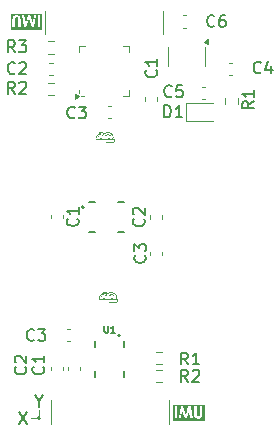
<source format=gbr>
%TF.GenerationSoftware,KiCad,Pcbnew,8.0.8*%
%TF.CreationDate,2025-04-24T20:49:58+02:00*%
%TF.ProjectId,IMU_PCBs,494d555f-5043-4427-932e-6b696361645f,rev?*%
%TF.SameCoordinates,Original*%
%TF.FileFunction,Legend,Top*%
%TF.FilePolarity,Positive*%
%FSLAX46Y46*%
G04 Gerber Fmt 4.6, Leading zero omitted, Abs format (unit mm)*
G04 Created by KiCad (PCBNEW 8.0.8) date 2025-04-24 20:49:58*
%MOMM*%
%LPD*%
G01*
G04 APERTURE LIST*
%ADD10C,0.100000*%
%ADD11C,0.170000*%
%ADD12C,0.200000*%
%ADD13C,0.160000*%
%ADD14C,0.150000*%
%ADD15C,0.000000*%
%ADD16C,0.120000*%
%ADD17C,0.127000*%
G04 APERTURE END LIST*
D10*
X134570000Y-90410000D02*
X137170000Y-90410000D01*
X137170000Y-91710000D01*
X134570000Y-91710000D01*
X134570000Y-90410000D01*
X123170000Y-91510000D02*
X123170000Y-90810000D01*
X123311421Y-91510000D02*
G75*
G02*
X123028579Y-91510000I-141421J0D01*
G01*
X123028579Y-91510000D02*
G75*
G02*
X123311421Y-91510000I141421J0D01*
G01*
X123270000Y-91510000D02*
G75*
G02*
X123070000Y-91510000I-100000J0D01*
G01*
X123070000Y-91510000D02*
G75*
G02*
X123270000Y-91510000I100000J0D01*
G01*
X122470000Y-91510000D02*
X123170000Y-91510000D01*
D11*
G36*
X137125004Y-91666742D02*
G01*
X134560494Y-91666742D01*
X134560494Y-91540000D01*
X134671605Y-91540000D01*
X134862602Y-91540000D01*
X135000355Y-91540000D01*
X135187690Y-91540000D01*
X135298332Y-90898374D01*
X135510579Y-91540000D01*
X135680327Y-91540000D01*
X135895261Y-90898374D01*
X136003949Y-91540000D01*
X136189330Y-91540000D01*
X136119539Y-91124054D01*
X136329525Y-91124054D01*
X136330071Y-91167369D01*
X136332936Y-91226245D01*
X136338257Y-91277805D01*
X136347568Y-91328712D01*
X136364452Y-91379532D01*
X136371452Y-91393462D01*
X136400647Y-91436700D01*
X136438857Y-91475025D01*
X136480956Y-91505317D01*
X136518001Y-91524922D01*
X136569616Y-91543053D01*
X136619258Y-91552486D01*
X136672442Y-91555631D01*
X136717943Y-91553544D01*
X136769147Y-91545327D01*
X136819476Y-91529253D01*
X136853881Y-91512174D01*
X136896087Y-91482430D01*
X136931095Y-91448164D01*
X136950757Y-91424030D01*
X136977501Y-91381732D01*
X136996552Y-91334591D01*
X137006425Y-91283156D01*
X137011031Y-91231972D01*
X137013284Y-91177669D01*
X137013893Y-91124054D01*
X137013893Y-90523949D01*
X136820697Y-90523949D01*
X136820697Y-91149211D01*
X136820199Y-91184754D01*
X136816699Y-91238052D01*
X136806531Y-91285987D01*
X136792861Y-91310980D01*
X136755729Y-91344849D01*
X136718269Y-91361504D01*
X136668290Y-91368053D01*
X136634195Y-91365133D01*
X136586224Y-91347292D01*
X136566866Y-91332957D01*
X136537376Y-91291849D01*
X136531666Y-91274231D01*
X136524453Y-91224970D01*
X136522721Y-91173147D01*
X136522721Y-90523949D01*
X136329525Y-90523949D01*
X136329525Y-91124054D01*
X136119539Y-91124054D01*
X136018848Y-90523949D01*
X135833468Y-90523949D01*
X135596552Y-91232742D01*
X135363056Y-90523949D01*
X135174745Y-90523949D01*
X135000355Y-91540000D01*
X134862602Y-91540000D01*
X134862602Y-90523949D01*
X134671605Y-90523949D01*
X134671605Y-91540000D01*
X134560494Y-91540000D01*
X134560494Y-90412838D01*
X137125004Y-90412838D01*
X137125004Y-91666742D01*
G37*
X123210413Y-90102588D02*
X123210413Y-90578779D01*
X122877080Y-89578779D02*
X123210413Y-90102588D01*
X123210413Y-90102588D02*
X123543746Y-89578779D01*
X121524699Y-90978779D02*
X122191365Y-91978779D01*
X122191365Y-90978779D02*
X121524699Y-91978779D01*
D10*
X120780000Y-57280000D02*
X123380000Y-57280000D01*
X123380000Y-58530000D01*
X120780000Y-58530000D01*
X120780000Y-57280000D01*
D12*
G36*
X123389505Y-58527161D02*
G01*
X120824995Y-58527161D01*
X120824995Y-57815945D01*
X120936106Y-57815945D01*
X120936106Y-58416050D01*
X121129302Y-58416050D01*
X121129302Y-57790788D01*
X121129800Y-57755245D01*
X121133300Y-57701947D01*
X121143468Y-57654012D01*
X121157138Y-57629019D01*
X121194270Y-57595150D01*
X121231730Y-57578495D01*
X121281709Y-57571946D01*
X121315804Y-57574866D01*
X121363775Y-57592707D01*
X121383133Y-57607042D01*
X121412623Y-57648150D01*
X121418333Y-57665768D01*
X121425546Y-57715029D01*
X121427278Y-57766852D01*
X121427278Y-58416050D01*
X121620474Y-58416050D01*
X121620474Y-57815945D01*
X121619928Y-57772630D01*
X121617063Y-57713754D01*
X121611742Y-57662194D01*
X121602431Y-57611287D01*
X121585547Y-57560467D01*
X121578547Y-57546537D01*
X121549352Y-57503299D01*
X121511142Y-57464974D01*
X121469043Y-57434682D01*
X121431998Y-57415077D01*
X121389077Y-57400000D01*
X121760669Y-57400000D01*
X121931151Y-58416050D01*
X122116531Y-58416050D01*
X122353447Y-57707257D01*
X122586943Y-58416050D01*
X122775254Y-58416050D01*
X123087397Y-58416050D01*
X123278394Y-58416050D01*
X123278394Y-57400000D01*
X123087397Y-57400000D01*
X123087397Y-58416050D01*
X122775254Y-58416050D01*
X122949644Y-57400000D01*
X122762309Y-57400000D01*
X122651667Y-58041625D01*
X122439420Y-57400000D01*
X122269672Y-57400000D01*
X122054738Y-58041625D01*
X121946050Y-57400000D01*
X121760669Y-57400000D01*
X121389077Y-57400000D01*
X121380383Y-57396946D01*
X121330741Y-57387513D01*
X121277557Y-57384368D01*
X121232056Y-57386455D01*
X121180852Y-57394672D01*
X121130523Y-57410746D01*
X121096118Y-57427825D01*
X121053912Y-57457569D01*
X121018904Y-57491835D01*
X120999242Y-57515969D01*
X120972498Y-57558267D01*
X120953447Y-57605408D01*
X120943574Y-57656843D01*
X120938968Y-57708027D01*
X120936715Y-57762330D01*
X120936106Y-57815945D01*
X120824995Y-57815945D01*
X120824995Y-57273257D01*
X123389505Y-57273257D01*
X123389505Y-58527161D01*
G37*
D13*
X132039060Y-74636666D02*
X132086680Y-74684285D01*
X132086680Y-74684285D02*
X132134299Y-74827142D01*
X132134299Y-74827142D02*
X132134299Y-74922380D01*
X132134299Y-74922380D02*
X132086680Y-75065237D01*
X132086680Y-75065237D02*
X131991441Y-75160475D01*
X131991441Y-75160475D02*
X131896203Y-75208094D01*
X131896203Y-75208094D02*
X131705727Y-75255713D01*
X131705727Y-75255713D02*
X131562870Y-75255713D01*
X131562870Y-75255713D02*
X131372394Y-75208094D01*
X131372394Y-75208094D02*
X131277156Y-75160475D01*
X131277156Y-75160475D02*
X131181918Y-75065237D01*
X131181918Y-75065237D02*
X131134299Y-74922380D01*
X131134299Y-74922380D02*
X131134299Y-74827142D01*
X131134299Y-74827142D02*
X131181918Y-74684285D01*
X131181918Y-74684285D02*
X131229537Y-74636666D01*
X131229537Y-74255713D02*
X131181918Y-74208094D01*
X131181918Y-74208094D02*
X131134299Y-74112856D01*
X131134299Y-74112856D02*
X131134299Y-73874761D01*
X131134299Y-73874761D02*
X131181918Y-73779523D01*
X131181918Y-73779523D02*
X131229537Y-73731904D01*
X131229537Y-73731904D02*
X131324775Y-73684285D01*
X131324775Y-73684285D02*
X131420013Y-73684285D01*
X131420013Y-73684285D02*
X131562870Y-73731904D01*
X131562870Y-73731904D02*
X132134299Y-74303332D01*
X132134299Y-74303332D02*
X132134299Y-73684285D01*
X132139060Y-77736666D02*
X132186680Y-77784285D01*
X132186680Y-77784285D02*
X132234299Y-77927142D01*
X132234299Y-77927142D02*
X132234299Y-78022380D01*
X132234299Y-78022380D02*
X132186680Y-78165237D01*
X132186680Y-78165237D02*
X132091441Y-78260475D01*
X132091441Y-78260475D02*
X131996203Y-78308094D01*
X131996203Y-78308094D02*
X131805727Y-78355713D01*
X131805727Y-78355713D02*
X131662870Y-78355713D01*
X131662870Y-78355713D02*
X131472394Y-78308094D01*
X131472394Y-78308094D02*
X131377156Y-78260475D01*
X131377156Y-78260475D02*
X131281918Y-78165237D01*
X131281918Y-78165237D02*
X131234299Y-78022380D01*
X131234299Y-78022380D02*
X131234299Y-77927142D01*
X131234299Y-77927142D02*
X131281918Y-77784285D01*
X131281918Y-77784285D02*
X131329537Y-77736666D01*
X131234299Y-77403332D02*
X131234299Y-76784285D01*
X131234299Y-76784285D02*
X131615251Y-77117618D01*
X131615251Y-77117618D02*
X131615251Y-76974761D01*
X131615251Y-76974761D02*
X131662870Y-76879523D01*
X131662870Y-76879523D02*
X131710489Y-76831904D01*
X131710489Y-76831904D02*
X131805727Y-76784285D01*
X131805727Y-76784285D02*
X132043822Y-76784285D01*
X132043822Y-76784285D02*
X132139060Y-76831904D01*
X132139060Y-76831904D02*
X132186680Y-76879523D01*
X132186680Y-76879523D02*
X132234299Y-76974761D01*
X132234299Y-76974761D02*
X132234299Y-77260475D01*
X132234299Y-77260475D02*
X132186680Y-77355713D01*
X132186680Y-77355713D02*
X132139060Y-77403332D01*
X126439060Y-74611666D02*
X126486680Y-74659285D01*
X126486680Y-74659285D02*
X126534299Y-74802142D01*
X126534299Y-74802142D02*
X126534299Y-74897380D01*
X126534299Y-74897380D02*
X126486680Y-75040237D01*
X126486680Y-75040237D02*
X126391441Y-75135475D01*
X126391441Y-75135475D02*
X126296203Y-75183094D01*
X126296203Y-75183094D02*
X126105727Y-75230713D01*
X126105727Y-75230713D02*
X125962870Y-75230713D01*
X125962870Y-75230713D02*
X125772394Y-75183094D01*
X125772394Y-75183094D02*
X125677156Y-75135475D01*
X125677156Y-75135475D02*
X125581918Y-75040237D01*
X125581918Y-75040237D02*
X125534299Y-74897380D01*
X125534299Y-74897380D02*
X125534299Y-74802142D01*
X125534299Y-74802142D02*
X125581918Y-74659285D01*
X125581918Y-74659285D02*
X125629537Y-74611666D01*
X126534299Y-73659285D02*
X126534299Y-74230713D01*
X126534299Y-73944999D02*
X125534299Y-73944999D01*
X125534299Y-73944999D02*
X125677156Y-74040237D01*
X125677156Y-74040237D02*
X125772394Y-74135475D01*
X125772394Y-74135475D02*
X125820013Y-74230713D01*
D11*
X122028540Y-87176666D02*
X122076160Y-87224285D01*
X122076160Y-87224285D02*
X122123779Y-87367142D01*
X122123779Y-87367142D02*
X122123779Y-87462380D01*
X122123779Y-87462380D02*
X122076160Y-87605237D01*
X122076160Y-87605237D02*
X121980921Y-87700475D01*
X121980921Y-87700475D02*
X121885683Y-87748094D01*
X121885683Y-87748094D02*
X121695207Y-87795713D01*
X121695207Y-87795713D02*
X121552350Y-87795713D01*
X121552350Y-87795713D02*
X121361874Y-87748094D01*
X121361874Y-87748094D02*
X121266636Y-87700475D01*
X121266636Y-87700475D02*
X121171398Y-87605237D01*
X121171398Y-87605237D02*
X121123779Y-87462380D01*
X121123779Y-87462380D02*
X121123779Y-87367142D01*
X121123779Y-87367142D02*
X121171398Y-87224285D01*
X121171398Y-87224285D02*
X121219017Y-87176666D01*
X121219017Y-86795713D02*
X121171398Y-86748094D01*
X121171398Y-86748094D02*
X121123779Y-86652856D01*
X121123779Y-86652856D02*
X121123779Y-86414761D01*
X121123779Y-86414761D02*
X121171398Y-86319523D01*
X121171398Y-86319523D02*
X121219017Y-86271904D01*
X121219017Y-86271904D02*
X121314255Y-86224285D01*
X121314255Y-86224285D02*
X121409493Y-86224285D01*
X121409493Y-86224285D02*
X121552350Y-86271904D01*
X121552350Y-86271904D02*
X122123779Y-86843332D01*
X122123779Y-86843332D02*
X122123779Y-86224285D01*
D14*
X135803333Y-88414819D02*
X135470000Y-87938628D01*
X135231905Y-88414819D02*
X135231905Y-87414819D01*
X135231905Y-87414819D02*
X135612857Y-87414819D01*
X135612857Y-87414819D02*
X135708095Y-87462438D01*
X135708095Y-87462438D02*
X135755714Y-87510057D01*
X135755714Y-87510057D02*
X135803333Y-87605295D01*
X135803333Y-87605295D02*
X135803333Y-87748152D01*
X135803333Y-87748152D02*
X135755714Y-87843390D01*
X135755714Y-87843390D02*
X135708095Y-87891009D01*
X135708095Y-87891009D02*
X135612857Y-87938628D01*
X135612857Y-87938628D02*
X135231905Y-87938628D01*
X136184286Y-87510057D02*
X136231905Y-87462438D01*
X136231905Y-87462438D02*
X136327143Y-87414819D01*
X136327143Y-87414819D02*
X136565238Y-87414819D01*
X136565238Y-87414819D02*
X136660476Y-87462438D01*
X136660476Y-87462438D02*
X136708095Y-87510057D01*
X136708095Y-87510057D02*
X136755714Y-87605295D01*
X136755714Y-87605295D02*
X136755714Y-87700533D01*
X136755714Y-87700533D02*
X136708095Y-87843390D01*
X136708095Y-87843390D02*
X136136667Y-88414819D01*
X136136667Y-88414819D02*
X136755714Y-88414819D01*
X128712857Y-83679771D02*
X128712857Y-84165485D01*
X128712857Y-84165485D02*
X128741428Y-84222628D01*
X128741428Y-84222628D02*
X128770000Y-84251200D01*
X128770000Y-84251200D02*
X128827142Y-84279771D01*
X128827142Y-84279771D02*
X128941428Y-84279771D01*
X128941428Y-84279771D02*
X128998571Y-84251200D01*
X128998571Y-84251200D02*
X129027142Y-84222628D01*
X129027142Y-84222628D02*
X129055714Y-84165485D01*
X129055714Y-84165485D02*
X129055714Y-83679771D01*
X129655713Y-84279771D02*
X129312856Y-84279771D01*
X129484285Y-84279771D02*
X129484285Y-83679771D01*
X129484285Y-83679771D02*
X129427142Y-83765485D01*
X129427142Y-83765485D02*
X129369999Y-83822628D01*
X129369999Y-83822628D02*
X129312856Y-83851200D01*
D11*
X122778333Y-84868540D02*
X122730714Y-84916160D01*
X122730714Y-84916160D02*
X122587857Y-84963779D01*
X122587857Y-84963779D02*
X122492619Y-84963779D01*
X122492619Y-84963779D02*
X122349762Y-84916160D01*
X122349762Y-84916160D02*
X122254524Y-84820921D01*
X122254524Y-84820921D02*
X122206905Y-84725683D01*
X122206905Y-84725683D02*
X122159286Y-84535207D01*
X122159286Y-84535207D02*
X122159286Y-84392350D01*
X122159286Y-84392350D02*
X122206905Y-84201874D01*
X122206905Y-84201874D02*
X122254524Y-84106636D01*
X122254524Y-84106636D02*
X122349762Y-84011398D01*
X122349762Y-84011398D02*
X122492619Y-83963779D01*
X122492619Y-83963779D02*
X122587857Y-83963779D01*
X122587857Y-83963779D02*
X122730714Y-84011398D01*
X122730714Y-84011398D02*
X122778333Y-84059017D01*
X123111667Y-83963779D02*
X123730714Y-83963779D01*
X123730714Y-83963779D02*
X123397381Y-84344731D01*
X123397381Y-84344731D02*
X123540238Y-84344731D01*
X123540238Y-84344731D02*
X123635476Y-84392350D01*
X123635476Y-84392350D02*
X123683095Y-84439969D01*
X123683095Y-84439969D02*
X123730714Y-84535207D01*
X123730714Y-84535207D02*
X123730714Y-84773302D01*
X123730714Y-84773302D02*
X123683095Y-84868540D01*
X123683095Y-84868540D02*
X123635476Y-84916160D01*
X123635476Y-84916160D02*
X123540238Y-84963779D01*
X123540238Y-84963779D02*
X123254524Y-84963779D01*
X123254524Y-84963779D02*
X123159286Y-84916160D01*
X123159286Y-84916160D02*
X123111667Y-84868540D01*
X123528540Y-87176666D02*
X123576160Y-87224285D01*
X123576160Y-87224285D02*
X123623779Y-87367142D01*
X123623779Y-87367142D02*
X123623779Y-87462380D01*
X123623779Y-87462380D02*
X123576160Y-87605237D01*
X123576160Y-87605237D02*
X123480921Y-87700475D01*
X123480921Y-87700475D02*
X123385683Y-87748094D01*
X123385683Y-87748094D02*
X123195207Y-87795713D01*
X123195207Y-87795713D02*
X123052350Y-87795713D01*
X123052350Y-87795713D02*
X122861874Y-87748094D01*
X122861874Y-87748094D02*
X122766636Y-87700475D01*
X122766636Y-87700475D02*
X122671398Y-87605237D01*
X122671398Y-87605237D02*
X122623779Y-87462380D01*
X122623779Y-87462380D02*
X122623779Y-87367142D01*
X122623779Y-87367142D02*
X122671398Y-87224285D01*
X122671398Y-87224285D02*
X122719017Y-87176666D01*
X123623779Y-86224285D02*
X123623779Y-86795713D01*
X123623779Y-86509999D02*
X122623779Y-86509999D01*
X122623779Y-86509999D02*
X122766636Y-86605237D01*
X122766636Y-86605237D02*
X122861874Y-86700475D01*
X122861874Y-86700475D02*
X122909493Y-86795713D01*
D14*
X135803333Y-86964819D02*
X135470000Y-86488628D01*
X135231905Y-86964819D02*
X135231905Y-85964819D01*
X135231905Y-85964819D02*
X135612857Y-85964819D01*
X135612857Y-85964819D02*
X135708095Y-86012438D01*
X135708095Y-86012438D02*
X135755714Y-86060057D01*
X135755714Y-86060057D02*
X135803333Y-86155295D01*
X135803333Y-86155295D02*
X135803333Y-86298152D01*
X135803333Y-86298152D02*
X135755714Y-86393390D01*
X135755714Y-86393390D02*
X135708095Y-86441009D01*
X135708095Y-86441009D02*
X135612857Y-86488628D01*
X135612857Y-86488628D02*
X135231905Y-86488628D01*
X136755714Y-86964819D02*
X136184286Y-86964819D01*
X136470000Y-86964819D02*
X136470000Y-85964819D01*
X136470000Y-85964819D02*
X136374762Y-86107676D01*
X136374762Y-86107676D02*
X136279524Y-86202914D01*
X136279524Y-86202914D02*
X136184286Y-86250533D01*
D11*
X133791905Y-66033779D02*
X133791905Y-65033779D01*
X133791905Y-65033779D02*
X134030000Y-65033779D01*
X134030000Y-65033779D02*
X134172857Y-65081398D01*
X134172857Y-65081398D02*
X134268095Y-65176636D01*
X134268095Y-65176636D02*
X134315714Y-65271874D01*
X134315714Y-65271874D02*
X134363333Y-65462350D01*
X134363333Y-65462350D02*
X134363333Y-65605207D01*
X134363333Y-65605207D02*
X134315714Y-65795683D01*
X134315714Y-65795683D02*
X134268095Y-65890921D01*
X134268095Y-65890921D02*
X134172857Y-65986160D01*
X134172857Y-65986160D02*
X134030000Y-66033779D01*
X134030000Y-66033779D02*
X133791905Y-66033779D01*
X135315714Y-66033779D02*
X134744286Y-66033779D01*
X135030000Y-66033779D02*
X135030000Y-65033779D01*
X135030000Y-65033779D02*
X134934762Y-65176636D01*
X134934762Y-65176636D02*
X134839524Y-65271874D01*
X134839524Y-65271874D02*
X134744286Y-65319493D01*
X126213333Y-66038540D02*
X126165714Y-66086160D01*
X126165714Y-66086160D02*
X126022857Y-66133779D01*
X126022857Y-66133779D02*
X125927619Y-66133779D01*
X125927619Y-66133779D02*
X125784762Y-66086160D01*
X125784762Y-66086160D02*
X125689524Y-65990921D01*
X125689524Y-65990921D02*
X125641905Y-65895683D01*
X125641905Y-65895683D02*
X125594286Y-65705207D01*
X125594286Y-65705207D02*
X125594286Y-65562350D01*
X125594286Y-65562350D02*
X125641905Y-65371874D01*
X125641905Y-65371874D02*
X125689524Y-65276636D01*
X125689524Y-65276636D02*
X125784762Y-65181398D01*
X125784762Y-65181398D02*
X125927619Y-65133779D01*
X125927619Y-65133779D02*
X126022857Y-65133779D01*
X126022857Y-65133779D02*
X126165714Y-65181398D01*
X126165714Y-65181398D02*
X126213333Y-65229017D01*
X126546667Y-65133779D02*
X127165714Y-65133779D01*
X127165714Y-65133779D02*
X126832381Y-65514731D01*
X126832381Y-65514731D02*
X126975238Y-65514731D01*
X126975238Y-65514731D02*
X127070476Y-65562350D01*
X127070476Y-65562350D02*
X127118095Y-65609969D01*
X127118095Y-65609969D02*
X127165714Y-65705207D01*
X127165714Y-65705207D02*
X127165714Y-65943302D01*
X127165714Y-65943302D02*
X127118095Y-66038540D01*
X127118095Y-66038540D02*
X127070476Y-66086160D01*
X127070476Y-66086160D02*
X126975238Y-66133779D01*
X126975238Y-66133779D02*
X126689524Y-66133779D01*
X126689524Y-66133779D02*
X126594286Y-66086160D01*
X126594286Y-66086160D02*
X126546667Y-66038540D01*
X121150833Y-64033779D02*
X120817500Y-63557588D01*
X120579405Y-64033779D02*
X120579405Y-63033779D01*
X120579405Y-63033779D02*
X120960357Y-63033779D01*
X120960357Y-63033779D02*
X121055595Y-63081398D01*
X121055595Y-63081398D02*
X121103214Y-63129017D01*
X121103214Y-63129017D02*
X121150833Y-63224255D01*
X121150833Y-63224255D02*
X121150833Y-63367112D01*
X121150833Y-63367112D02*
X121103214Y-63462350D01*
X121103214Y-63462350D02*
X121055595Y-63509969D01*
X121055595Y-63509969D02*
X120960357Y-63557588D01*
X120960357Y-63557588D02*
X120579405Y-63557588D01*
X121531786Y-63129017D02*
X121579405Y-63081398D01*
X121579405Y-63081398D02*
X121674643Y-63033779D01*
X121674643Y-63033779D02*
X121912738Y-63033779D01*
X121912738Y-63033779D02*
X122007976Y-63081398D01*
X122007976Y-63081398D02*
X122055595Y-63129017D01*
X122055595Y-63129017D02*
X122103214Y-63224255D01*
X122103214Y-63224255D02*
X122103214Y-63319493D01*
X122103214Y-63319493D02*
X122055595Y-63462350D01*
X122055595Y-63462350D02*
X121484167Y-64033779D01*
X121484167Y-64033779D02*
X122103214Y-64033779D01*
X133088540Y-62046666D02*
X133136160Y-62094285D01*
X133136160Y-62094285D02*
X133183779Y-62237142D01*
X133183779Y-62237142D02*
X133183779Y-62332380D01*
X133183779Y-62332380D02*
X133136160Y-62475237D01*
X133136160Y-62475237D02*
X133040921Y-62570475D01*
X133040921Y-62570475D02*
X132945683Y-62618094D01*
X132945683Y-62618094D02*
X132755207Y-62665713D01*
X132755207Y-62665713D02*
X132612350Y-62665713D01*
X132612350Y-62665713D02*
X132421874Y-62618094D01*
X132421874Y-62618094D02*
X132326636Y-62570475D01*
X132326636Y-62570475D02*
X132231398Y-62475237D01*
X132231398Y-62475237D02*
X132183779Y-62332380D01*
X132183779Y-62332380D02*
X132183779Y-62237142D01*
X132183779Y-62237142D02*
X132231398Y-62094285D01*
X132231398Y-62094285D02*
X132279017Y-62046666D01*
X133183779Y-61094285D02*
X133183779Y-61665713D01*
X133183779Y-61379999D02*
X132183779Y-61379999D01*
X132183779Y-61379999D02*
X132326636Y-61475237D01*
X132326636Y-61475237D02*
X132421874Y-61570475D01*
X132421874Y-61570475D02*
X132469493Y-61665713D01*
X121150833Y-62288540D02*
X121103214Y-62336160D01*
X121103214Y-62336160D02*
X120960357Y-62383779D01*
X120960357Y-62383779D02*
X120865119Y-62383779D01*
X120865119Y-62383779D02*
X120722262Y-62336160D01*
X120722262Y-62336160D02*
X120627024Y-62240921D01*
X120627024Y-62240921D02*
X120579405Y-62145683D01*
X120579405Y-62145683D02*
X120531786Y-61955207D01*
X120531786Y-61955207D02*
X120531786Y-61812350D01*
X120531786Y-61812350D02*
X120579405Y-61621874D01*
X120579405Y-61621874D02*
X120627024Y-61526636D01*
X120627024Y-61526636D02*
X120722262Y-61431398D01*
X120722262Y-61431398D02*
X120865119Y-61383779D01*
X120865119Y-61383779D02*
X120960357Y-61383779D01*
X120960357Y-61383779D02*
X121103214Y-61431398D01*
X121103214Y-61431398D02*
X121150833Y-61479017D01*
X121531786Y-61479017D02*
X121579405Y-61431398D01*
X121579405Y-61431398D02*
X121674643Y-61383779D01*
X121674643Y-61383779D02*
X121912738Y-61383779D01*
X121912738Y-61383779D02*
X122007976Y-61431398D01*
X122007976Y-61431398D02*
X122055595Y-61479017D01*
X122055595Y-61479017D02*
X122103214Y-61574255D01*
X122103214Y-61574255D02*
X122103214Y-61669493D01*
X122103214Y-61669493D02*
X122055595Y-61812350D01*
X122055595Y-61812350D02*
X121484167Y-62383779D01*
X121484167Y-62383779D02*
X122103214Y-62383779D01*
X138038333Y-58288540D02*
X137990714Y-58336160D01*
X137990714Y-58336160D02*
X137847857Y-58383779D01*
X137847857Y-58383779D02*
X137752619Y-58383779D01*
X137752619Y-58383779D02*
X137609762Y-58336160D01*
X137609762Y-58336160D02*
X137514524Y-58240921D01*
X137514524Y-58240921D02*
X137466905Y-58145683D01*
X137466905Y-58145683D02*
X137419286Y-57955207D01*
X137419286Y-57955207D02*
X137419286Y-57812350D01*
X137419286Y-57812350D02*
X137466905Y-57621874D01*
X137466905Y-57621874D02*
X137514524Y-57526636D01*
X137514524Y-57526636D02*
X137609762Y-57431398D01*
X137609762Y-57431398D02*
X137752619Y-57383779D01*
X137752619Y-57383779D02*
X137847857Y-57383779D01*
X137847857Y-57383779D02*
X137990714Y-57431398D01*
X137990714Y-57431398D02*
X138038333Y-57479017D01*
X138895476Y-57383779D02*
X138705000Y-57383779D01*
X138705000Y-57383779D02*
X138609762Y-57431398D01*
X138609762Y-57431398D02*
X138562143Y-57479017D01*
X138562143Y-57479017D02*
X138466905Y-57621874D01*
X138466905Y-57621874D02*
X138419286Y-57812350D01*
X138419286Y-57812350D02*
X138419286Y-58193302D01*
X138419286Y-58193302D02*
X138466905Y-58288540D01*
X138466905Y-58288540D02*
X138514524Y-58336160D01*
X138514524Y-58336160D02*
X138609762Y-58383779D01*
X138609762Y-58383779D02*
X138800238Y-58383779D01*
X138800238Y-58383779D02*
X138895476Y-58336160D01*
X138895476Y-58336160D02*
X138943095Y-58288540D01*
X138943095Y-58288540D02*
X138990714Y-58193302D01*
X138990714Y-58193302D02*
X138990714Y-57955207D01*
X138990714Y-57955207D02*
X138943095Y-57859969D01*
X138943095Y-57859969D02*
X138895476Y-57812350D01*
X138895476Y-57812350D02*
X138800238Y-57764731D01*
X138800238Y-57764731D02*
X138609762Y-57764731D01*
X138609762Y-57764731D02*
X138514524Y-57812350D01*
X138514524Y-57812350D02*
X138466905Y-57859969D01*
X138466905Y-57859969D02*
X138419286Y-57955207D01*
X134413333Y-64238540D02*
X134365714Y-64286160D01*
X134365714Y-64286160D02*
X134222857Y-64333779D01*
X134222857Y-64333779D02*
X134127619Y-64333779D01*
X134127619Y-64333779D02*
X133984762Y-64286160D01*
X133984762Y-64286160D02*
X133889524Y-64190921D01*
X133889524Y-64190921D02*
X133841905Y-64095683D01*
X133841905Y-64095683D02*
X133794286Y-63905207D01*
X133794286Y-63905207D02*
X133794286Y-63762350D01*
X133794286Y-63762350D02*
X133841905Y-63571874D01*
X133841905Y-63571874D02*
X133889524Y-63476636D01*
X133889524Y-63476636D02*
X133984762Y-63381398D01*
X133984762Y-63381398D02*
X134127619Y-63333779D01*
X134127619Y-63333779D02*
X134222857Y-63333779D01*
X134222857Y-63333779D02*
X134365714Y-63381398D01*
X134365714Y-63381398D02*
X134413333Y-63429017D01*
X135318095Y-63333779D02*
X134841905Y-63333779D01*
X134841905Y-63333779D02*
X134794286Y-63809969D01*
X134794286Y-63809969D02*
X134841905Y-63762350D01*
X134841905Y-63762350D02*
X134937143Y-63714731D01*
X134937143Y-63714731D02*
X135175238Y-63714731D01*
X135175238Y-63714731D02*
X135270476Y-63762350D01*
X135270476Y-63762350D02*
X135318095Y-63809969D01*
X135318095Y-63809969D02*
X135365714Y-63905207D01*
X135365714Y-63905207D02*
X135365714Y-64143302D01*
X135365714Y-64143302D02*
X135318095Y-64238540D01*
X135318095Y-64238540D02*
X135270476Y-64286160D01*
X135270476Y-64286160D02*
X135175238Y-64333779D01*
X135175238Y-64333779D02*
X134937143Y-64333779D01*
X134937143Y-64333779D02*
X134841905Y-64286160D01*
X134841905Y-64286160D02*
X134794286Y-64238540D01*
X141975833Y-62238540D02*
X141928214Y-62286160D01*
X141928214Y-62286160D02*
X141785357Y-62333779D01*
X141785357Y-62333779D02*
X141690119Y-62333779D01*
X141690119Y-62333779D02*
X141547262Y-62286160D01*
X141547262Y-62286160D02*
X141452024Y-62190921D01*
X141452024Y-62190921D02*
X141404405Y-62095683D01*
X141404405Y-62095683D02*
X141356786Y-61905207D01*
X141356786Y-61905207D02*
X141356786Y-61762350D01*
X141356786Y-61762350D02*
X141404405Y-61571874D01*
X141404405Y-61571874D02*
X141452024Y-61476636D01*
X141452024Y-61476636D02*
X141547262Y-61381398D01*
X141547262Y-61381398D02*
X141690119Y-61333779D01*
X141690119Y-61333779D02*
X141785357Y-61333779D01*
X141785357Y-61333779D02*
X141928214Y-61381398D01*
X141928214Y-61381398D02*
X141975833Y-61429017D01*
X142832976Y-61667112D02*
X142832976Y-62333779D01*
X142594881Y-61286160D02*
X142356786Y-62000445D01*
X142356786Y-62000445D02*
X142975833Y-62000445D01*
X121150833Y-60533779D02*
X120817500Y-60057588D01*
X120579405Y-60533779D02*
X120579405Y-59533779D01*
X120579405Y-59533779D02*
X120960357Y-59533779D01*
X120960357Y-59533779D02*
X121055595Y-59581398D01*
X121055595Y-59581398D02*
X121103214Y-59629017D01*
X121103214Y-59629017D02*
X121150833Y-59724255D01*
X121150833Y-59724255D02*
X121150833Y-59867112D01*
X121150833Y-59867112D02*
X121103214Y-59962350D01*
X121103214Y-59962350D02*
X121055595Y-60009969D01*
X121055595Y-60009969D02*
X120960357Y-60057588D01*
X120960357Y-60057588D02*
X120579405Y-60057588D01*
X121484167Y-59533779D02*
X122103214Y-59533779D01*
X122103214Y-59533779D02*
X121769881Y-59914731D01*
X121769881Y-59914731D02*
X121912738Y-59914731D01*
X121912738Y-59914731D02*
X122007976Y-59962350D01*
X122007976Y-59962350D02*
X122055595Y-60009969D01*
X122055595Y-60009969D02*
X122103214Y-60105207D01*
X122103214Y-60105207D02*
X122103214Y-60343302D01*
X122103214Y-60343302D02*
X122055595Y-60438540D01*
X122055595Y-60438540D02*
X122007976Y-60486160D01*
X122007976Y-60486160D02*
X121912738Y-60533779D01*
X121912738Y-60533779D02*
X121627024Y-60533779D01*
X121627024Y-60533779D02*
X121531786Y-60486160D01*
X121531786Y-60486160D02*
X121484167Y-60438540D01*
X141383779Y-64696666D02*
X140907588Y-65029999D01*
X141383779Y-65268094D02*
X140383779Y-65268094D01*
X140383779Y-65268094D02*
X140383779Y-64887142D01*
X140383779Y-64887142D02*
X140431398Y-64791904D01*
X140431398Y-64791904D02*
X140479017Y-64744285D01*
X140479017Y-64744285D02*
X140574255Y-64696666D01*
X140574255Y-64696666D02*
X140717112Y-64696666D01*
X140717112Y-64696666D02*
X140812350Y-64744285D01*
X140812350Y-64744285D02*
X140859969Y-64791904D01*
X140859969Y-64791904D02*
X140907588Y-64887142D01*
X140907588Y-64887142D02*
X140907588Y-65268094D01*
X141383779Y-63744285D02*
X141383779Y-64315713D01*
X141383779Y-64029999D02*
X140383779Y-64029999D01*
X140383779Y-64029999D02*
X140526636Y-64125237D01*
X140526636Y-64125237D02*
X140621874Y-64220475D01*
X140621874Y-64220475D02*
X140669493Y-64315713D01*
D15*
%TO.C,mouse-bite-2.54mm-4.66mm*%
G36*
X128500000Y-81180000D02*
G01*
X128501907Y-81180145D01*
X128503787Y-81180385D01*
X128505638Y-81180716D01*
X128507456Y-81181136D01*
X128509239Y-81181643D01*
X128510985Y-81182235D01*
X128512692Y-81182909D01*
X128514357Y-81183662D01*
X128515978Y-81184493D01*
X128517553Y-81185399D01*
X128519078Y-81186378D01*
X128520553Y-81187426D01*
X128521973Y-81188543D01*
X128523338Y-81189726D01*
X128524644Y-81190971D01*
X128525889Y-81192277D01*
X128527072Y-81193642D01*
X128528188Y-81195062D01*
X128529237Y-81196537D01*
X128530216Y-81198062D01*
X128531122Y-81199637D01*
X128531953Y-81201258D01*
X128532706Y-81202923D01*
X128533380Y-81204630D01*
X128533972Y-81206376D01*
X128534479Y-81208159D01*
X128534899Y-81209977D01*
X128535230Y-81211828D01*
X128535470Y-81213708D01*
X128535615Y-81215615D01*
X128535664Y-81217548D01*
X128535615Y-81219481D01*
X128535470Y-81221389D01*
X128535230Y-81223269D01*
X128534899Y-81225119D01*
X128534479Y-81226937D01*
X128533972Y-81228721D01*
X128533380Y-81230467D01*
X128532706Y-81232174D01*
X128531953Y-81233839D01*
X128531122Y-81235460D01*
X128530216Y-81237035D01*
X128529237Y-81238560D01*
X128528188Y-81240034D01*
X128527072Y-81241455D01*
X128525889Y-81242820D01*
X128524644Y-81244126D01*
X128523338Y-81245371D01*
X128521973Y-81246553D01*
X128520553Y-81247670D01*
X128519078Y-81248719D01*
X128517553Y-81249698D01*
X128515978Y-81250604D01*
X128514357Y-81251435D01*
X128512692Y-81252188D01*
X128510985Y-81252862D01*
X128509239Y-81253454D01*
X128507456Y-81253961D01*
X128505638Y-81254381D01*
X128503787Y-81254712D01*
X128501907Y-81254951D01*
X128500000Y-81255097D01*
X128498067Y-81255146D01*
X128496134Y-81255097D01*
X128494226Y-81254951D01*
X128492346Y-81254712D01*
X128490496Y-81254381D01*
X128488678Y-81253961D01*
X128486894Y-81253454D01*
X128485148Y-81252862D01*
X128483441Y-81252188D01*
X128481776Y-81251435D01*
X128480155Y-81250604D01*
X128478580Y-81249698D01*
X128477055Y-81248719D01*
X128475581Y-81247670D01*
X128474160Y-81246553D01*
X128472795Y-81245371D01*
X128471489Y-81244126D01*
X128470244Y-81242820D01*
X128469062Y-81241455D01*
X128467945Y-81240034D01*
X128466896Y-81238560D01*
X128465917Y-81237035D01*
X128465011Y-81235460D01*
X128464180Y-81233839D01*
X128463427Y-81232174D01*
X128462753Y-81230467D01*
X128462161Y-81228721D01*
X128461654Y-81226937D01*
X128461234Y-81225119D01*
X128460903Y-81223269D01*
X128460664Y-81221389D01*
X128460518Y-81219481D01*
X128460469Y-81217548D01*
X128460518Y-81215615D01*
X128460664Y-81213708D01*
X128460903Y-81211828D01*
X128461234Y-81209977D01*
X128461654Y-81208159D01*
X128462161Y-81206376D01*
X128462753Y-81204630D01*
X128463427Y-81202923D01*
X128464180Y-81201258D01*
X128465011Y-81199637D01*
X128465917Y-81198062D01*
X128466896Y-81196537D01*
X128467945Y-81195062D01*
X128469062Y-81193642D01*
X128470244Y-81192277D01*
X128471489Y-81190971D01*
X128472795Y-81189726D01*
X128474160Y-81188543D01*
X128475581Y-81187426D01*
X128477055Y-81186378D01*
X128478580Y-81185399D01*
X128480155Y-81184493D01*
X128481776Y-81183662D01*
X128483441Y-81182909D01*
X128485148Y-81182235D01*
X128486894Y-81181643D01*
X128488677Y-81181136D01*
X128490495Y-81180716D01*
X128492346Y-81180385D01*
X128494226Y-81180145D01*
X128496134Y-81180000D01*
X128498067Y-81179951D01*
X128500000Y-81180000D01*
G37*
G36*
X129358428Y-81034840D02*
G01*
X129365516Y-81035079D01*
X129372551Y-81035512D01*
X129379527Y-81036138D01*
X129386440Y-81036956D01*
X129393285Y-81037966D01*
X129400057Y-81039167D01*
X129406753Y-81040557D01*
X129413367Y-81042137D01*
X129419894Y-81043905D01*
X129426331Y-81045860D01*
X129431824Y-81047755D01*
X129437260Y-81049758D01*
X129442639Y-81051870D01*
X129447960Y-81054090D01*
X129453222Y-81056419D01*
X129458425Y-81058857D01*
X129463568Y-81061403D01*
X129468651Y-81064057D01*
X129473673Y-81066820D01*
X129478634Y-81069691D01*
X129483533Y-81072671D01*
X129488370Y-81075760D01*
X129493143Y-81078957D01*
X129497854Y-81082262D01*
X129502500Y-81085676D01*
X129507082Y-81089199D01*
X129508570Y-81090429D01*
X129509979Y-81091719D01*
X129511307Y-81093066D01*
X129512555Y-81094468D01*
X129513723Y-81095920D01*
X129514809Y-81097419D01*
X129515813Y-81098962D01*
X129516736Y-81100546D01*
X129517575Y-81102167D01*
X129518332Y-81103821D01*
X129519006Y-81105507D01*
X129519596Y-81107219D01*
X129520102Y-81108955D01*
X129520523Y-81110711D01*
X129520860Y-81112485D01*
X129521111Y-81114272D01*
X129521276Y-81116069D01*
X129521356Y-81117873D01*
X129521349Y-81119681D01*
X129521254Y-81121489D01*
X129521073Y-81123294D01*
X129520803Y-81125093D01*
X129520446Y-81126882D01*
X129520000Y-81128657D01*
X129519465Y-81130416D01*
X129518840Y-81132155D01*
X129518126Y-81133871D01*
X129517322Y-81135560D01*
X129516426Y-81137219D01*
X129515440Y-81138845D01*
X129514363Y-81140434D01*
X129513193Y-81141983D01*
X129511764Y-81143700D01*
X129510256Y-81145308D01*
X129508676Y-81146807D01*
X129507027Y-81148196D01*
X129505313Y-81149476D01*
X129503540Y-81150647D01*
X129501713Y-81151706D01*
X129499835Y-81152656D01*
X129497912Y-81153495D01*
X129495948Y-81154223D01*
X129493947Y-81154839D01*
X129491915Y-81155344D01*
X129489855Y-81155738D01*
X129487773Y-81156019D01*
X129485673Y-81156188D01*
X129483560Y-81156244D01*
X129481513Y-81156214D01*
X129479602Y-81156122D01*
X129477814Y-81155968D01*
X129476137Y-81155752D01*
X129474559Y-81155473D01*
X129473067Y-81155131D01*
X129471650Y-81154724D01*
X129470295Y-81154253D01*
X129468989Y-81153717D01*
X129467722Y-81153115D01*
X129466479Y-81152447D01*
X129465251Y-81151713D01*
X129464023Y-81150911D01*
X129462784Y-81150041D01*
X129461522Y-81149102D01*
X129460224Y-81148095D01*
X129457005Y-81145630D01*
X129453739Y-81143235D01*
X129450426Y-81140912D01*
X129447065Y-81138661D01*
X129443658Y-81136484D01*
X129440205Y-81134383D01*
X129436706Y-81132357D01*
X129433160Y-81130408D01*
X129429569Y-81128537D01*
X129425933Y-81126746D01*
X129422252Y-81125034D01*
X129418526Y-81123405D01*
X129414755Y-81121857D01*
X129410941Y-81120394D01*
X129407082Y-81119014D01*
X129403180Y-81117721D01*
X129400248Y-81116814D01*
X129397285Y-81115967D01*
X129394293Y-81115180D01*
X129391271Y-81114454D01*
X129385140Y-81113179D01*
X129378894Y-81112142D01*
X129372535Y-81111338D01*
X129366066Y-81110767D01*
X129359488Y-81110426D01*
X129352803Y-81110313D01*
X129346847Y-81110339D01*
X129342243Y-81110420D01*
X129338677Y-81110557D01*
X129335833Y-81110753D01*
X129333398Y-81111009D01*
X129331056Y-81111328D01*
X129325392Y-81112165D01*
X129104254Y-81144206D01*
X129102331Y-81144434D01*
X129100420Y-81144562D01*
X129098523Y-81144594D01*
X129096642Y-81144531D01*
X129094781Y-81144375D01*
X129092942Y-81144128D01*
X129091128Y-81143792D01*
X129089341Y-81143370D01*
X129087585Y-81142862D01*
X129085861Y-81142271D01*
X129084173Y-81141600D01*
X129082522Y-81140849D01*
X129080913Y-81140022D01*
X129079347Y-81139120D01*
X129077827Y-81138145D01*
X129076357Y-81137098D01*
X129074937Y-81135983D01*
X129073572Y-81134802D01*
X129072264Y-81133555D01*
X129071015Y-81132245D01*
X129069829Y-81130874D01*
X129068708Y-81129445D01*
X129067654Y-81127958D01*
X129066671Y-81126417D01*
X129065760Y-81124823D01*
X129064925Y-81123178D01*
X129064169Y-81121484D01*
X129063494Y-81119743D01*
X129062902Y-81117957D01*
X129062396Y-81116128D01*
X129061980Y-81114259D01*
X129061656Y-81112350D01*
X129061428Y-81110427D01*
X129061299Y-81108516D01*
X129061267Y-81106619D01*
X129061330Y-81104739D01*
X129061486Y-81102878D01*
X129061733Y-81101039D01*
X129062069Y-81099225D01*
X129062492Y-81097438D01*
X129063000Y-81095681D01*
X129063590Y-81093957D01*
X129064262Y-81092269D01*
X129065012Y-81090619D01*
X129065839Y-81089009D01*
X129066742Y-81087444D01*
X129067717Y-81085924D01*
X129068763Y-81084453D01*
X129069878Y-81083034D01*
X129071060Y-81081669D01*
X129072307Y-81080361D01*
X129073616Y-81079112D01*
X129074987Y-81077926D01*
X129076417Y-81076804D01*
X129077903Y-81075751D01*
X129079444Y-81074767D01*
X129081039Y-81073857D01*
X129082684Y-81073022D01*
X129084378Y-81072266D01*
X129086119Y-81071590D01*
X129087905Y-81070998D01*
X129089733Y-81070493D01*
X129091603Y-81070077D01*
X129093511Y-81069752D01*
X129315021Y-81037526D01*
X129322336Y-81036584D01*
X129329626Y-81035841D01*
X129336884Y-81035295D01*
X129344107Y-81034947D01*
X129351290Y-81034796D01*
X129358428Y-81034840D01*
G37*
G36*
X128719772Y-80792825D02*
G01*
X128728095Y-80793792D01*
X128734512Y-80794905D01*
X128740841Y-80796296D01*
X128747077Y-80797963D01*
X128753214Y-80799901D01*
X128759247Y-80802107D01*
X128765170Y-80804578D01*
X128770978Y-80807309D01*
X128776666Y-80810298D01*
X128782228Y-80813541D01*
X128787659Y-80817035D01*
X128792952Y-80820775D01*
X128798104Y-80824759D01*
X128803108Y-80828983D01*
X128807959Y-80833443D01*
X128812652Y-80838135D01*
X128817181Y-80843057D01*
X128823513Y-80842898D01*
X128829797Y-80842978D01*
X128836027Y-80843293D01*
X128842198Y-80843844D01*
X128848305Y-80844630D01*
X128854343Y-80845649D01*
X128860307Y-80846900D01*
X128866191Y-80848382D01*
X128871991Y-80850094D01*
X128877701Y-80852035D01*
X128883315Y-80854205D01*
X128888830Y-80856600D01*
X128894240Y-80859222D01*
X128899539Y-80862068D01*
X128904722Y-80865138D01*
X128909785Y-80868431D01*
X128912808Y-80870551D01*
X128915766Y-80872744D01*
X128918657Y-80875009D01*
X128921482Y-80877344D01*
X128924239Y-80879748D01*
X128926929Y-80882221D01*
X128929550Y-80884762D01*
X128932102Y-80887368D01*
X128934585Y-80890040D01*
X128936998Y-80892775D01*
X128939340Y-80895574D01*
X128941612Y-80898434D01*
X128943811Y-80901356D01*
X128945939Y-80904336D01*
X128947993Y-80907376D01*
X128949975Y-80910473D01*
X129290573Y-80862689D01*
X129302734Y-80861155D01*
X129314902Y-80859954D01*
X129327066Y-80859086D01*
X129339216Y-80858551D01*
X129351341Y-80858348D01*
X129363430Y-80858476D01*
X129375474Y-80858936D01*
X129387460Y-80859726D01*
X129399379Y-80860846D01*
X129411221Y-80862295D01*
X129422974Y-80864073D01*
X129434627Y-80866179D01*
X129446172Y-80868613D01*
X129457596Y-80871374D01*
X129468889Y-80874462D01*
X129480041Y-80877876D01*
X129512921Y-80889849D01*
X129544339Y-80904224D01*
X129574206Y-80920877D01*
X129602432Y-80939684D01*
X129628927Y-80960520D01*
X129653601Y-80983261D01*
X129676365Y-81007782D01*
X129697128Y-81033961D01*
X129715802Y-81061671D01*
X129732295Y-81090790D01*
X129746519Y-81121192D01*
X129758383Y-81152754D01*
X129767798Y-81185352D01*
X129774674Y-81218860D01*
X129778921Y-81253155D01*
X129780449Y-81288113D01*
X129780361Y-81295513D01*
X129780029Y-81302850D01*
X129779458Y-81310119D01*
X129778652Y-81317318D01*
X129777615Y-81324443D01*
X129776350Y-81331490D01*
X129774863Y-81338458D01*
X129773156Y-81345342D01*
X129771235Y-81352139D01*
X129769103Y-81358846D01*
X129766764Y-81365460D01*
X129764223Y-81371977D01*
X129761483Y-81378395D01*
X129758549Y-81384709D01*
X129755424Y-81390917D01*
X129752112Y-81397015D01*
X129767225Y-81400046D01*
X129781823Y-81404191D01*
X129795842Y-81409428D01*
X129809220Y-81415736D01*
X129815648Y-81419283D01*
X129821892Y-81423090D01*
X129827944Y-81427153D01*
X129833796Y-81431469D01*
X129839439Y-81436036D01*
X129844867Y-81440851D01*
X129850070Y-81445910D01*
X129855042Y-81451212D01*
X129859774Y-81456753D01*
X129864258Y-81462530D01*
X129868486Y-81468541D01*
X129872451Y-81474783D01*
X129876144Y-81481253D01*
X129879557Y-81487948D01*
X129882683Y-81494865D01*
X129885514Y-81502002D01*
X129888042Y-81509356D01*
X129890258Y-81516924D01*
X129892155Y-81524703D01*
X129893725Y-81532690D01*
X129894960Y-81540883D01*
X129895852Y-81549278D01*
X129896393Y-81557874D01*
X129896575Y-81566666D01*
X129896351Y-81575502D01*
X129895686Y-81584223D01*
X129894592Y-81592818D01*
X129893079Y-81601277D01*
X129891158Y-81609588D01*
X129888839Y-81617740D01*
X129886135Y-81625723D01*
X129883054Y-81633526D01*
X129879610Y-81641138D01*
X129875811Y-81648548D01*
X129871670Y-81655746D01*
X129867196Y-81662720D01*
X129862401Y-81669459D01*
X129857296Y-81675953D01*
X129851891Y-81682191D01*
X129846198Y-81688163D01*
X129840227Y-81693856D01*
X129833989Y-81699261D01*
X129827494Y-81704366D01*
X129820755Y-81709161D01*
X129813781Y-81713634D01*
X129806584Y-81717776D01*
X129799174Y-81721574D01*
X129791562Y-81725019D01*
X129783759Y-81728099D01*
X129775775Y-81730804D01*
X129767623Y-81733122D01*
X129759312Y-81735043D01*
X129750854Y-81736557D01*
X129742259Y-81737651D01*
X129733537Y-81738315D01*
X129724701Y-81738539D01*
X129162779Y-81738539D01*
X129160846Y-81738490D01*
X129158939Y-81738345D01*
X129157058Y-81738106D01*
X129155208Y-81737775D01*
X129153390Y-81737354D01*
X129151607Y-81736847D01*
X129149861Y-81736256D01*
X129148154Y-81735582D01*
X129146488Y-81734828D01*
X129144868Y-81733997D01*
X129143293Y-81733091D01*
X129141768Y-81732113D01*
X129140293Y-81731064D01*
X129138873Y-81729947D01*
X129137508Y-81728765D01*
X129136202Y-81727519D01*
X129134956Y-81726213D01*
X129133774Y-81724849D01*
X129132657Y-81723428D01*
X129131609Y-81721954D01*
X129130630Y-81720428D01*
X129129724Y-81718854D01*
X129128893Y-81717233D01*
X129128140Y-81715568D01*
X129127466Y-81713861D01*
X129126874Y-81712115D01*
X129126367Y-81710331D01*
X129125947Y-81708513D01*
X129125616Y-81706663D01*
X129125376Y-81704783D01*
X129125231Y-81702875D01*
X129125182Y-81700942D01*
X129125231Y-81699009D01*
X129125376Y-81697101D01*
X129125616Y-81695221D01*
X129125947Y-81693371D01*
X129126367Y-81691553D01*
X129126874Y-81689770D01*
X129127466Y-81688023D01*
X129128140Y-81686316D01*
X129128893Y-81684651D01*
X129129724Y-81683030D01*
X129130630Y-81681456D01*
X129131609Y-81679930D01*
X129132657Y-81678456D01*
X129133774Y-81677035D01*
X129134956Y-81675671D01*
X129136202Y-81674365D01*
X129137508Y-81673119D01*
X129138873Y-81671937D01*
X129140293Y-81670820D01*
X129141768Y-81669771D01*
X129143293Y-81668793D01*
X129144867Y-81667887D01*
X129146488Y-81667056D01*
X129148154Y-81666302D01*
X129149861Y-81665629D01*
X129151607Y-81665037D01*
X129153390Y-81664530D01*
X129155208Y-81664109D01*
X129157058Y-81663778D01*
X129158939Y-81663539D01*
X129160846Y-81663394D01*
X129162779Y-81663345D01*
X129724886Y-81663345D01*
X129729857Y-81663219D01*
X129734762Y-81662845D01*
X129739597Y-81662230D01*
X129744355Y-81661378D01*
X129749030Y-81660298D01*
X129753616Y-81658994D01*
X129758106Y-81657472D01*
X129762495Y-81655740D01*
X129766777Y-81653802D01*
X129770945Y-81651665D01*
X129774994Y-81649336D01*
X129778917Y-81646819D01*
X129782708Y-81644122D01*
X129786361Y-81641251D01*
X129789870Y-81638210D01*
X129793228Y-81635008D01*
X129796431Y-81631649D01*
X129799471Y-81628140D01*
X129802343Y-81624487D01*
X129805040Y-81620696D01*
X129807556Y-81616773D01*
X129809886Y-81612725D01*
X129812022Y-81608557D01*
X129813960Y-81604275D01*
X129815693Y-81599886D01*
X129817214Y-81595395D01*
X129818518Y-81590809D01*
X129819599Y-81586135D01*
X129820450Y-81581377D01*
X129821066Y-81576542D01*
X129821439Y-81571636D01*
X129821565Y-81566666D01*
X129821439Y-81561696D01*
X129821066Y-81556790D01*
X129820450Y-81551955D01*
X129819599Y-81547197D01*
X129818518Y-81542523D01*
X129817214Y-81537937D01*
X129815693Y-81533446D01*
X129813960Y-81529057D01*
X129812022Y-81524775D01*
X129809886Y-81520607D01*
X129807556Y-81516559D01*
X129805040Y-81512636D01*
X129802343Y-81508845D01*
X129799471Y-81505192D01*
X129796431Y-81501683D01*
X129793228Y-81498324D01*
X129789870Y-81495122D01*
X129786361Y-81492081D01*
X129782708Y-81489210D01*
X129778917Y-81486513D01*
X129774994Y-81483996D01*
X129770945Y-81481667D01*
X129766777Y-81479530D01*
X129762495Y-81477592D01*
X129758106Y-81475860D01*
X129753616Y-81474338D01*
X129749030Y-81473034D01*
X129744355Y-81471954D01*
X129739597Y-81471102D01*
X129734762Y-81470487D01*
X129729857Y-81470113D01*
X129724886Y-81469987D01*
X129686734Y-81469987D01*
X129679800Y-81474722D01*
X129672687Y-81479198D01*
X129665400Y-81483410D01*
X129657945Y-81487351D01*
X129650330Y-81491013D01*
X129642561Y-81494391D01*
X129634645Y-81497479D01*
X129626587Y-81500269D01*
X129618395Y-81502755D01*
X129610075Y-81504931D01*
X129601633Y-81506790D01*
X129593076Y-81508325D01*
X129584411Y-81509531D01*
X129575643Y-81510400D01*
X129566781Y-81510927D01*
X129557829Y-81511104D01*
X128384719Y-81511104D01*
X128370829Y-81510566D01*
X128364028Y-81509894D01*
X128357334Y-81508954D01*
X128350756Y-81507746D01*
X128344303Y-81506270D01*
X128337983Y-81504527D01*
X128331805Y-81502517D01*
X128325777Y-81500241D01*
X128319909Y-81497698D01*
X128314208Y-81494889D01*
X128308684Y-81491814D01*
X128303345Y-81488474D01*
X128298200Y-81484868D01*
X128293258Y-81480998D01*
X128288527Y-81476863D01*
X128284015Y-81472464D01*
X128279732Y-81467801D01*
X128275685Y-81462874D01*
X128271885Y-81457684D01*
X128268339Y-81452231D01*
X128265056Y-81446516D01*
X128262044Y-81440537D01*
X128259313Y-81434297D01*
X128256871Y-81427795D01*
X128254726Y-81421031D01*
X128252887Y-81414007D01*
X128251364Y-81406721D01*
X128250164Y-81399175D01*
X128249296Y-81391368D01*
X128248769Y-81383302D01*
X128248595Y-81375161D01*
X128323786Y-81375161D01*
X128323865Y-81378285D01*
X128324102Y-81381369D01*
X128324491Y-81384410D01*
X128325029Y-81387404D01*
X128325712Y-81390346D01*
X128326536Y-81393232D01*
X128327498Y-81396060D01*
X128328592Y-81398824D01*
X128329816Y-81401521D01*
X128331166Y-81404148D01*
X128332637Y-81406699D01*
X128334226Y-81409172D01*
X128335929Y-81411562D01*
X128337742Y-81413866D01*
X128339660Y-81416079D01*
X128341681Y-81418199D01*
X128343800Y-81420219D01*
X128346014Y-81422138D01*
X128348317Y-81423951D01*
X128350708Y-81425654D01*
X128353181Y-81427242D01*
X128355732Y-81428714D01*
X128358359Y-81430063D01*
X128361056Y-81431288D01*
X128363820Y-81432382D01*
X128366648Y-81433344D01*
X128369534Y-81434168D01*
X128372476Y-81434851D01*
X128375470Y-81435389D01*
X128378510Y-81435778D01*
X128381595Y-81436015D01*
X128384719Y-81436094D01*
X128594560Y-81436094D01*
X128597542Y-81426189D01*
X128601194Y-81416566D01*
X128605491Y-81407256D01*
X128610407Y-81398289D01*
X128615918Y-81389695D01*
X128621998Y-81381504D01*
X128628624Y-81373748D01*
X128635769Y-81366456D01*
X128643409Y-81359659D01*
X128651519Y-81353387D01*
X128660074Y-81347671D01*
X128669049Y-81342541D01*
X128678418Y-81338027D01*
X128688158Y-81334160D01*
X128698243Y-81330970D01*
X128708648Y-81328488D01*
X128804031Y-81309412D01*
X128805939Y-81309080D01*
X128807840Y-81308847D01*
X128809733Y-81308712D01*
X128811615Y-81308672D01*
X128813482Y-81308725D01*
X128815332Y-81308871D01*
X128817162Y-81309106D01*
X128818969Y-81309429D01*
X128820751Y-81309839D01*
X128822504Y-81310333D01*
X128824226Y-81310910D01*
X128825915Y-81311567D01*
X128827567Y-81312303D01*
X128829179Y-81313117D01*
X128830750Y-81314006D01*
X128832275Y-81314968D01*
X128833753Y-81316002D01*
X128835180Y-81317106D01*
X128836553Y-81318277D01*
X128837871Y-81319515D01*
X128839130Y-81320817D01*
X128840327Y-81322182D01*
X128841460Y-81323607D01*
X128842525Y-81325091D01*
X128843521Y-81326632D01*
X128844443Y-81328228D01*
X128845290Y-81329877D01*
X128846059Y-81331578D01*
X128846747Y-81333329D01*
X128847351Y-81335127D01*
X128847868Y-81336971D01*
X128848296Y-81338860D01*
X128848627Y-81340768D01*
X128848860Y-81342670D01*
X128848996Y-81344563D01*
X128849036Y-81346444D01*
X128848982Y-81348311D01*
X128848837Y-81350161D01*
X128848602Y-81351991D01*
X128848278Y-81353798D01*
X128847869Y-81355580D01*
X128847374Y-81357333D01*
X128846798Y-81359056D01*
X128846140Y-81360744D01*
X128845404Y-81362396D01*
X128844590Y-81364009D01*
X128843702Y-81365579D01*
X128842739Y-81367104D01*
X128841705Y-81368582D01*
X128840602Y-81370009D01*
X128839430Y-81371383D01*
X128838192Y-81372700D01*
X128836890Y-81373959D01*
X128835526Y-81375156D01*
X128834100Y-81376289D01*
X128832616Y-81377354D01*
X128831076Y-81378350D01*
X128829479Y-81379272D01*
X128827830Y-81380120D01*
X128826129Y-81380888D01*
X128824379Y-81381576D01*
X128822580Y-81382180D01*
X128820736Y-81382697D01*
X128818847Y-81383125D01*
X128723465Y-81402201D01*
X128719650Y-81403066D01*
X128715919Y-81404128D01*
X128712276Y-81405382D01*
X128708727Y-81406820D01*
X128705276Y-81408436D01*
X128701929Y-81410223D01*
X128698692Y-81412175D01*
X128695568Y-81414286D01*
X128692564Y-81416549D01*
X128689685Y-81418957D01*
X128686935Y-81421504D01*
X128684320Y-81424183D01*
X128681845Y-81426988D01*
X128679515Y-81429913D01*
X128677335Y-81432950D01*
X128675311Y-81436094D01*
X129248160Y-81436094D01*
X129251175Y-81426189D01*
X129254856Y-81416566D01*
X129259177Y-81407256D01*
X129264114Y-81398289D01*
X129269643Y-81389694D01*
X129275739Y-81381504D01*
X129282376Y-81373748D01*
X129289531Y-81366456D01*
X129297179Y-81359659D01*
X129305295Y-81353387D01*
X129313854Y-81347671D01*
X129322831Y-81342541D01*
X129332203Y-81338027D01*
X129341943Y-81334160D01*
X129352029Y-81330970D01*
X129362434Y-81328488D01*
X129457816Y-81309412D01*
X129459724Y-81309080D01*
X129461626Y-81308847D01*
X129463519Y-81308712D01*
X129465400Y-81308672D01*
X129467267Y-81308725D01*
X129469117Y-81308870D01*
X129470947Y-81309106D01*
X129472754Y-81309429D01*
X129474536Y-81309839D01*
X129476290Y-81310333D01*
X129478012Y-81310909D01*
X129479700Y-81311567D01*
X129481352Y-81312303D01*
X129482965Y-81313117D01*
X129484535Y-81314006D01*
X129486061Y-81314968D01*
X129487538Y-81316002D01*
X129488965Y-81317106D01*
X129490339Y-81318277D01*
X129491657Y-81319515D01*
X129492915Y-81320817D01*
X129494112Y-81322182D01*
X129495245Y-81323607D01*
X129496311Y-81325091D01*
X129497306Y-81326632D01*
X129498229Y-81328228D01*
X129499076Y-81329877D01*
X129499845Y-81331578D01*
X129500533Y-81333329D01*
X129501136Y-81335127D01*
X129501653Y-81336971D01*
X129502081Y-81338860D01*
X129502413Y-81340768D01*
X129502646Y-81342670D01*
X129502781Y-81344563D01*
X129502821Y-81346444D01*
X129502768Y-81348311D01*
X129502622Y-81350161D01*
X129502387Y-81351991D01*
X129502064Y-81353798D01*
X129501654Y-81355580D01*
X129501160Y-81357333D01*
X129500583Y-81359056D01*
X129499926Y-81360744D01*
X129499189Y-81362396D01*
X129498376Y-81364008D01*
X129497487Y-81365579D01*
X129496525Y-81367104D01*
X129495491Y-81368582D01*
X129494387Y-81370009D01*
X129493216Y-81371382D01*
X129491978Y-81372700D01*
X129490676Y-81373959D01*
X129489311Y-81375156D01*
X129487886Y-81376289D01*
X129486402Y-81377354D01*
X129484861Y-81378350D01*
X129483265Y-81379272D01*
X129481616Y-81380120D01*
X129479915Y-81380888D01*
X129478164Y-81381576D01*
X129476366Y-81382180D01*
X129474521Y-81382697D01*
X129472633Y-81383125D01*
X129377251Y-81402201D01*
X129373436Y-81403066D01*
X129369704Y-81404128D01*
X129366061Y-81405382D01*
X129362512Y-81406820D01*
X129359061Y-81408436D01*
X129355715Y-81410223D01*
X129352477Y-81412175D01*
X129349354Y-81414286D01*
X129346349Y-81416549D01*
X129343470Y-81418957D01*
X129340720Y-81421504D01*
X129338105Y-81424183D01*
X129335630Y-81426988D01*
X129333300Y-81429913D01*
X129331120Y-81432950D01*
X129329096Y-81436094D01*
X129557829Y-81436094D01*
X129565406Y-81435902D01*
X129572885Y-81435330D01*
X129580258Y-81434388D01*
X129587515Y-81433086D01*
X129594647Y-81431434D01*
X129601643Y-81429439D01*
X129608495Y-81427113D01*
X129615194Y-81424464D01*
X129621730Y-81421501D01*
X129628093Y-81418235D01*
X129634274Y-81414674D01*
X129640264Y-81410827D01*
X129646053Y-81406705D01*
X129651633Y-81402317D01*
X129656993Y-81397672D01*
X129662124Y-81392779D01*
X129667017Y-81387647D01*
X129671662Y-81382287D01*
X129676051Y-81376708D01*
X129680173Y-81370919D01*
X129684019Y-81364929D01*
X129687580Y-81358747D01*
X129690847Y-81352384D01*
X129693809Y-81345849D01*
X129696458Y-81339150D01*
X129698785Y-81332298D01*
X129700779Y-81325301D01*
X129702432Y-81318170D01*
X129703734Y-81310913D01*
X129704675Y-81303540D01*
X129705247Y-81296060D01*
X129705440Y-81288483D01*
X129705098Y-81273990D01*
X129704185Y-81259621D01*
X129702708Y-81245388D01*
X129700678Y-81231304D01*
X129698104Y-81217382D01*
X129694995Y-81203635D01*
X129691361Y-81190075D01*
X129687211Y-81176716D01*
X129682555Y-81163570D01*
X129677401Y-81150650D01*
X129671759Y-81137969D01*
X129665640Y-81125540D01*
X129659051Y-81113375D01*
X129652003Y-81101487D01*
X129644504Y-81089890D01*
X129636565Y-81078596D01*
X129628195Y-81067617D01*
X129619402Y-81056967D01*
X129610197Y-81046659D01*
X129600589Y-81036705D01*
X129590587Y-81027118D01*
X129580200Y-81017910D01*
X129569439Y-81009096D01*
X129558312Y-81000687D01*
X129546829Y-80992696D01*
X129534998Y-80985137D01*
X129522831Y-80978021D01*
X129510335Y-80971362D01*
X129497521Y-80965173D01*
X129484398Y-80959467D01*
X129470974Y-80954255D01*
X129457260Y-80949552D01*
X129448101Y-80946767D01*
X129438823Y-80944249D01*
X129429436Y-80941996D01*
X129419947Y-80940011D01*
X129410365Y-80938294D01*
X129400697Y-80936845D01*
X129390953Y-80935667D01*
X129381140Y-80934758D01*
X129371266Y-80934122D01*
X129361339Y-80933757D01*
X129351368Y-80933665D01*
X129341361Y-80933847D01*
X129331325Y-80934303D01*
X129321269Y-80935035D01*
X129311201Y-80936043D01*
X129301130Y-80937328D01*
X128972015Y-80983445D01*
X128972206Y-80991754D01*
X128971953Y-81000077D01*
X128971269Y-81008405D01*
X128970166Y-81016731D01*
X128968655Y-81025045D01*
X128966750Y-81033341D01*
X128964463Y-81041609D01*
X128961805Y-81049842D01*
X128958789Y-81058032D01*
X128955427Y-81066170D01*
X128951732Y-81074249D01*
X128947715Y-81082260D01*
X128943389Y-81090194D01*
X128938765Y-81098045D01*
X128933857Y-81105803D01*
X128928676Y-81113461D01*
X128923276Y-81120887D01*
X128917781Y-81127859D01*
X128912205Y-81134392D01*
X128906562Y-81140501D01*
X128900865Y-81146198D01*
X128895127Y-81151500D01*
X128889363Y-81156419D01*
X128883586Y-81160970D01*
X128877810Y-81165168D01*
X128872049Y-81169027D01*
X128866315Y-81172560D01*
X128860624Y-81175784D01*
X128854988Y-81178710D01*
X128849421Y-81181355D01*
X128843937Y-81183731D01*
X128838549Y-81185855D01*
X128828118Y-81189397D01*
X128818236Y-81192097D01*
X128809014Y-81194068D01*
X128800561Y-81195425D01*
X128792986Y-81196281D01*
X128786397Y-81196751D01*
X128776620Y-81196990D01*
X128774806Y-81196946D01*
X128773011Y-81196815D01*
X128771239Y-81196599D01*
X128769490Y-81196299D01*
X128767767Y-81195918D01*
X128766073Y-81195458D01*
X128764409Y-81194921D01*
X128762779Y-81194308D01*
X128761183Y-81193621D01*
X128759624Y-81192863D01*
X128758105Y-81192035D01*
X128756627Y-81191140D01*
X128755193Y-81190179D01*
X128753806Y-81189154D01*
X128752466Y-81188067D01*
X128751177Y-81186920D01*
X128749940Y-81185714D01*
X128748759Y-81184453D01*
X128747634Y-81183138D01*
X128746569Y-81181770D01*
X128745565Y-81180352D01*
X128744625Y-81178886D01*
X128743750Y-81177373D01*
X128742944Y-81175816D01*
X128742208Y-81174216D01*
X128741544Y-81172575D01*
X128740955Y-81170896D01*
X128740443Y-81169180D01*
X128740010Y-81167429D01*
X128739659Y-81165645D01*
X128739390Y-81163830D01*
X128739208Y-81161986D01*
X128739118Y-81160050D01*
X128739127Y-81158132D01*
X128739231Y-81156236D01*
X128739428Y-81154364D01*
X128739716Y-81152518D01*
X128740093Y-81150701D01*
X128740557Y-81148915D01*
X128741106Y-81147163D01*
X128741737Y-81145448D01*
X128742449Y-81143771D01*
X128743239Y-81142136D01*
X128744104Y-81140544D01*
X128745044Y-81138999D01*
X128746055Y-81137503D01*
X128747135Y-81136059D01*
X128748283Y-81134668D01*
X128749496Y-81133333D01*
X128750772Y-81132058D01*
X128752108Y-81130844D01*
X128753504Y-81129694D01*
X128754955Y-81128610D01*
X128756461Y-81127596D01*
X128758019Y-81126653D01*
X128759627Y-81125783D01*
X128761283Y-81124991D01*
X128762984Y-81124277D01*
X128764729Y-81123645D01*
X128766514Y-81123097D01*
X128768339Y-81122636D01*
X128770201Y-81122263D01*
X128772098Y-81121982D01*
X128774027Y-81121796D01*
X128780594Y-81121133D01*
X128787157Y-81120056D01*
X128793699Y-81118575D01*
X128800202Y-81116700D01*
X128806650Y-81114441D01*
X128813026Y-81111811D01*
X128819312Y-81108818D01*
X128825492Y-81105474D01*
X128831548Y-81101790D01*
X128837463Y-81097775D01*
X128843220Y-81093440D01*
X128848802Y-81088797D01*
X128854192Y-81083855D01*
X128859373Y-81078625D01*
X128864328Y-81073118D01*
X128869039Y-81067344D01*
X128872962Y-81062014D01*
X128876604Y-81056586D01*
X128879961Y-81051075D01*
X128883028Y-81045490D01*
X128885802Y-81039844D01*
X128888280Y-81034150D01*
X128890456Y-81028419D01*
X128892329Y-81022663D01*
X128893893Y-81016894D01*
X128895145Y-81011124D01*
X128896082Y-81005364D01*
X128896699Y-80999628D01*
X128896992Y-80993926D01*
X128896958Y-80988271D01*
X128896594Y-80982674D01*
X128895894Y-80977148D01*
X128895423Y-80974449D01*
X128894836Y-80971641D01*
X128894120Y-80968741D01*
X128893264Y-80965766D01*
X128892254Y-80962734D01*
X128891079Y-80959662D01*
X128889727Y-80956566D01*
X128888185Y-80953465D01*
X128886441Y-80950373D01*
X128884483Y-80947310D01*
X128882299Y-80944292D01*
X128879876Y-80941336D01*
X128877203Y-80938460D01*
X128875769Y-80937056D01*
X128874267Y-80935679D01*
X128872697Y-80934330D01*
X128871056Y-80933012D01*
X128869343Y-80931726D01*
X128867557Y-80930476D01*
X128863714Y-80928059D01*
X128859727Y-80925912D01*
X128855605Y-80924031D01*
X128851359Y-80922415D01*
X128846998Y-80921059D01*
X128842533Y-80919962D01*
X128837973Y-80919119D01*
X128833328Y-80918530D01*
X128828609Y-80918189D01*
X128823824Y-80918096D01*
X128818985Y-80918247D01*
X128814100Y-80918638D01*
X128809180Y-80919268D01*
X128804235Y-80920133D01*
X128799274Y-80921231D01*
X128794307Y-80922558D01*
X128789345Y-80924112D01*
X128784397Y-80925890D01*
X128779474Y-80927889D01*
X128774584Y-80930107D01*
X128769738Y-80932539D01*
X128764947Y-80935185D01*
X128760218Y-80938040D01*
X128755564Y-80941102D01*
X128750993Y-80944368D01*
X128746516Y-80947835D01*
X128742142Y-80951501D01*
X128737881Y-80955361D01*
X128733743Y-80959415D01*
X128729739Y-80963658D01*
X128725877Y-80968089D01*
X128722169Y-80972703D01*
X128717892Y-80978567D01*
X128713953Y-80984548D01*
X128710359Y-80990628D01*
X128707112Y-80996792D01*
X128704218Y-81003020D01*
X128701681Y-81009296D01*
X128699506Y-81015603D01*
X128697698Y-81021922D01*
X128696261Y-81028237D01*
X128695199Y-81034531D01*
X128694518Y-81040785D01*
X128694222Y-81046983D01*
X128694316Y-81053107D01*
X128694804Y-81059140D01*
X128695690Y-81065065D01*
X128696980Y-81070863D01*
X128697433Y-81072757D01*
X128697786Y-81074649D01*
X128698040Y-81076538D01*
X128698196Y-81078420D01*
X128698258Y-81080294D01*
X128698226Y-81082154D01*
X128698103Y-81084000D01*
X128697889Y-81085828D01*
X128697587Y-81087635D01*
X128697198Y-81089418D01*
X128696724Y-81091174D01*
X128696166Y-81092901D01*
X128695527Y-81094595D01*
X128694808Y-81096254D01*
X128694011Y-81097875D01*
X128693137Y-81099455D01*
X128692189Y-81100991D01*
X128691167Y-81102480D01*
X128690073Y-81103919D01*
X128688910Y-81105306D01*
X128687679Y-81106637D01*
X128686381Y-81107910D01*
X128685019Y-81109122D01*
X128683593Y-81110269D01*
X128682107Y-81111350D01*
X128680560Y-81112361D01*
X128678956Y-81113298D01*
X128677295Y-81114161D01*
X128675580Y-81114944D01*
X128673813Y-81115646D01*
X128671994Y-81116264D01*
X128670125Y-81116795D01*
X128668232Y-81117231D01*
X128666339Y-81117568D01*
X128664451Y-81117807D01*
X128662568Y-81117951D01*
X128660695Y-81118000D01*
X128658834Y-81117957D01*
X128656989Y-81117823D01*
X128655161Y-81117600D01*
X128653354Y-81117289D01*
X128651571Y-81116893D01*
X128649815Y-81116413D01*
X128648088Y-81115851D01*
X128646393Y-81115208D01*
X128644734Y-81114486D01*
X128643113Y-81113688D01*
X128641534Y-81112813D01*
X128639998Y-81111865D01*
X128638509Y-81110845D01*
X128637069Y-81109754D01*
X128635682Y-81108595D01*
X128634351Y-81107368D01*
X128633078Y-81106076D01*
X128631867Y-81104721D01*
X128630719Y-81103304D01*
X128629639Y-81101826D01*
X128628628Y-81100290D01*
X128627690Y-81098697D01*
X128626828Y-81097049D01*
X128626044Y-81095348D01*
X128625342Y-81093595D01*
X128624724Y-81091792D01*
X128624193Y-81089940D01*
X128622900Y-81084775D01*
X128621794Y-81079562D01*
X128620876Y-81074306D01*
X128620142Y-81069011D01*
X128619590Y-81063682D01*
X128619219Y-81058321D01*
X128619025Y-81052935D01*
X128619008Y-81047527D01*
X128575669Y-81057714D01*
X128562352Y-81061119D01*
X128549221Y-81065079D01*
X128536293Y-81069580D01*
X128523585Y-81074614D01*
X128511113Y-81080168D01*
X128498895Y-81086233D01*
X128486947Y-81092797D01*
X128475286Y-81099849D01*
X128463929Y-81107378D01*
X128452892Y-81115374D01*
X128442193Y-81123826D01*
X128431849Y-81132723D01*
X128421875Y-81142054D01*
X128412290Y-81151808D01*
X128403109Y-81161975D01*
X128394350Y-81172543D01*
X128386049Y-81183476D01*
X128378237Y-81194733D01*
X128370919Y-81206293D01*
X128364103Y-81218136D01*
X128357795Y-81230243D01*
X128352001Y-81242594D01*
X128346728Y-81255169D01*
X128341982Y-81267948D01*
X128337771Y-81280912D01*
X128334099Y-81294041D01*
X128330975Y-81307314D01*
X128328404Y-81320712D01*
X128326393Y-81334216D01*
X128324949Y-81347805D01*
X128324077Y-81361460D01*
X128323786Y-81375161D01*
X128248595Y-81375161D01*
X128248591Y-81374975D01*
X128248952Y-81358087D01*
X128250029Y-81341262D01*
X128251814Y-81324523D01*
X128254298Y-81307895D01*
X128257472Y-81291402D01*
X128261327Y-81275067D01*
X128265855Y-81258915D01*
X128271048Y-81242968D01*
X128276895Y-81227252D01*
X128283390Y-81211789D01*
X128290523Y-81196605D01*
X128298285Y-81181722D01*
X128306668Y-81167165D01*
X128315662Y-81152957D01*
X128325261Y-81139122D01*
X128335454Y-81125685D01*
X128345187Y-81113903D01*
X128355348Y-81102527D01*
X128365920Y-81091565D01*
X128376888Y-81081027D01*
X128388236Y-81070923D01*
X128399947Y-81061263D01*
X128412007Y-81052057D01*
X128424400Y-81043314D01*
X128437109Y-81035044D01*
X128450120Y-81027257D01*
X128463416Y-81019963D01*
X128476982Y-81013171D01*
X128490801Y-81006891D01*
X128504859Y-81001134D01*
X128519140Y-80995908D01*
X128533627Y-80991224D01*
X128533670Y-80986778D01*
X128533803Y-80982331D01*
X128534027Y-80977879D01*
X128534344Y-80973421D01*
X128534411Y-80972703D01*
X128610118Y-80972703D01*
X128638640Y-80966035D01*
X128641148Y-80960984D01*
X128643808Y-80955973D01*
X128646616Y-80951011D01*
X128649567Y-80946102D01*
X128652657Y-80941255D01*
X128655881Y-80936474D01*
X128659236Y-80931768D01*
X128662717Y-80927142D01*
X128666100Y-80922849D01*
X128669580Y-80918652D01*
X128673154Y-80914554D01*
X128676819Y-80910554D01*
X128680571Y-80906654D01*
X128684409Y-80902855D01*
X128688329Y-80899158D01*
X128692327Y-80895564D01*
X128696401Y-80892074D01*
X128700549Y-80888689D01*
X128704766Y-80885411D01*
X128709051Y-80882240D01*
X128713399Y-80879178D01*
X128717809Y-80876225D01*
X128722276Y-80873383D01*
X128726799Y-80870653D01*
X128725618Y-80870254D01*
X128724435Y-80869889D01*
X128723247Y-80869559D01*
X128722053Y-80869264D01*
X128720850Y-80869004D01*
X128719637Y-80868778D01*
X128718410Y-80868587D01*
X128717168Y-80868431D01*
X128712639Y-80867904D01*
X128708120Y-80867676D01*
X128703618Y-80867738D01*
X128699139Y-80868086D01*
X128694691Y-80868712D01*
X128690280Y-80869610D01*
X128685913Y-80870774D01*
X128681597Y-80872198D01*
X128677338Y-80873876D01*
X128673143Y-80875801D01*
X128669020Y-80877966D01*
X128664974Y-80880366D01*
X128661013Y-80882994D01*
X128657144Y-80885844D01*
X128653372Y-80888909D01*
X128649706Y-80892184D01*
X128646151Y-80895661D01*
X128642715Y-80899335D01*
X128639405Y-80903200D01*
X128636226Y-80907248D01*
X128633187Y-80911475D01*
X128630293Y-80915872D01*
X128627551Y-80920435D01*
X128624969Y-80925156D01*
X128622553Y-80930030D01*
X128620310Y-80935051D01*
X128618246Y-80940211D01*
X128616368Y-80945504D01*
X128614684Y-80950925D01*
X128613200Y-80956467D01*
X128611922Y-80962123D01*
X128610858Y-80967887D01*
X128610586Y-80969109D01*
X128610461Y-80969704D01*
X128610349Y-80970295D01*
X128610254Y-80970886D01*
X128610181Y-80971482D01*
X128610154Y-80971782D01*
X128610134Y-80972086D01*
X128610122Y-80972392D01*
X128610118Y-80972703D01*
X128534411Y-80972703D01*
X128534757Y-80968954D01*
X128535267Y-80964476D01*
X128535878Y-80959985D01*
X128536590Y-80955479D01*
X128538353Y-80945983D01*
X128540511Y-80936672D01*
X128543050Y-80927557D01*
X128545958Y-80918647D01*
X128549224Y-80909952D01*
X128552835Y-80901483D01*
X128556778Y-80893249D01*
X128561043Y-80885261D01*
X128565617Y-80877530D01*
X128570487Y-80870065D01*
X128575641Y-80862876D01*
X128581068Y-80855974D01*
X128586755Y-80849369D01*
X128592690Y-80843070D01*
X128598861Y-80837089D01*
X128605256Y-80831435D01*
X128611862Y-80826119D01*
X128618668Y-80821150D01*
X128625661Y-80816539D01*
X128632829Y-80812297D01*
X128640161Y-80808432D01*
X128647643Y-80804956D01*
X128655264Y-80801878D01*
X128663012Y-80799209D01*
X128670874Y-80796959D01*
X128678839Y-80795138D01*
X128686893Y-80793756D01*
X128695026Y-80792824D01*
X128703225Y-80792351D01*
X128711477Y-80792348D01*
X128719772Y-80792825D01*
G37*
G36*
X128220000Y-67640000D02*
G01*
X128221907Y-67640145D01*
X128223787Y-67640385D01*
X128225638Y-67640716D01*
X128227456Y-67641136D01*
X128229239Y-67641643D01*
X128230985Y-67642235D01*
X128232692Y-67642909D01*
X128234357Y-67643662D01*
X128235978Y-67644493D01*
X128237553Y-67645399D01*
X128239078Y-67646378D01*
X128240553Y-67647426D01*
X128241973Y-67648543D01*
X128243338Y-67649726D01*
X128244644Y-67650971D01*
X128245889Y-67652277D01*
X128247072Y-67653642D01*
X128248188Y-67655062D01*
X128249237Y-67656537D01*
X128250216Y-67658062D01*
X128251122Y-67659637D01*
X128251953Y-67661258D01*
X128252706Y-67662923D01*
X128253380Y-67664630D01*
X128253972Y-67666376D01*
X128254479Y-67668159D01*
X128254899Y-67669977D01*
X128255230Y-67671828D01*
X128255470Y-67673708D01*
X128255615Y-67675615D01*
X128255664Y-67677548D01*
X128255615Y-67679481D01*
X128255470Y-67681389D01*
X128255230Y-67683269D01*
X128254899Y-67685119D01*
X128254479Y-67686937D01*
X128253972Y-67688721D01*
X128253380Y-67690467D01*
X128252706Y-67692174D01*
X128251953Y-67693839D01*
X128251122Y-67695460D01*
X128250216Y-67697035D01*
X128249237Y-67698560D01*
X128248188Y-67700034D01*
X128247072Y-67701455D01*
X128245889Y-67702820D01*
X128244644Y-67704126D01*
X128243338Y-67705371D01*
X128241973Y-67706553D01*
X128240553Y-67707670D01*
X128239078Y-67708719D01*
X128237553Y-67709698D01*
X128235978Y-67710604D01*
X128234357Y-67711435D01*
X128232692Y-67712188D01*
X128230985Y-67712862D01*
X128229239Y-67713454D01*
X128227456Y-67713961D01*
X128225638Y-67714381D01*
X128223787Y-67714712D01*
X128221907Y-67714951D01*
X128220000Y-67715097D01*
X128218067Y-67715146D01*
X128216134Y-67715097D01*
X128214226Y-67714951D01*
X128212346Y-67714712D01*
X128210496Y-67714381D01*
X128208678Y-67713961D01*
X128206894Y-67713454D01*
X128205148Y-67712862D01*
X128203441Y-67712188D01*
X128201776Y-67711435D01*
X128200155Y-67710604D01*
X128198580Y-67709698D01*
X128197055Y-67708719D01*
X128195581Y-67707670D01*
X128194160Y-67706553D01*
X128192795Y-67705371D01*
X128191489Y-67704126D01*
X128190244Y-67702820D01*
X128189062Y-67701455D01*
X128187945Y-67700034D01*
X128186896Y-67698560D01*
X128185917Y-67697035D01*
X128185011Y-67695460D01*
X128184180Y-67693839D01*
X128183427Y-67692174D01*
X128182753Y-67690467D01*
X128182161Y-67688721D01*
X128181654Y-67686937D01*
X128181234Y-67685119D01*
X128180903Y-67683269D01*
X128180664Y-67681389D01*
X128180518Y-67679481D01*
X128180469Y-67677548D01*
X128180518Y-67675615D01*
X128180664Y-67673708D01*
X128180903Y-67671828D01*
X128181234Y-67669977D01*
X128181654Y-67668159D01*
X128182161Y-67666376D01*
X128182753Y-67664630D01*
X128183427Y-67662923D01*
X128184180Y-67661258D01*
X128185011Y-67659637D01*
X128185917Y-67658062D01*
X128186896Y-67656537D01*
X128187945Y-67655062D01*
X128189062Y-67653642D01*
X128190244Y-67652277D01*
X128191489Y-67650971D01*
X128192795Y-67649726D01*
X128194160Y-67648543D01*
X128195581Y-67647426D01*
X128197055Y-67646378D01*
X128198580Y-67645399D01*
X128200155Y-67644493D01*
X128201776Y-67643662D01*
X128203441Y-67642909D01*
X128205148Y-67642235D01*
X128206894Y-67641643D01*
X128208677Y-67641136D01*
X128210495Y-67640716D01*
X128212346Y-67640385D01*
X128214226Y-67640145D01*
X128216134Y-67640000D01*
X128218067Y-67639951D01*
X128220000Y-67640000D01*
G37*
G36*
X129078428Y-67494840D02*
G01*
X129085516Y-67495079D01*
X129092551Y-67495512D01*
X129099527Y-67496138D01*
X129106440Y-67496956D01*
X129113285Y-67497966D01*
X129120057Y-67499167D01*
X129126753Y-67500557D01*
X129133367Y-67502137D01*
X129139894Y-67503905D01*
X129146331Y-67505860D01*
X129151824Y-67507755D01*
X129157260Y-67509758D01*
X129162639Y-67511870D01*
X129167960Y-67514090D01*
X129173222Y-67516419D01*
X129178425Y-67518857D01*
X129183568Y-67521403D01*
X129188651Y-67524057D01*
X129193673Y-67526820D01*
X129198634Y-67529691D01*
X129203533Y-67532671D01*
X129208370Y-67535760D01*
X129213143Y-67538957D01*
X129217854Y-67542262D01*
X129222500Y-67545676D01*
X129227082Y-67549199D01*
X129228570Y-67550429D01*
X129229979Y-67551719D01*
X129231307Y-67553066D01*
X129232555Y-67554468D01*
X129233723Y-67555920D01*
X129234809Y-67557419D01*
X129235813Y-67558962D01*
X129236736Y-67560546D01*
X129237575Y-67562167D01*
X129238332Y-67563821D01*
X129239006Y-67565507D01*
X129239596Y-67567219D01*
X129240102Y-67568955D01*
X129240523Y-67570711D01*
X129240860Y-67572485D01*
X129241111Y-67574272D01*
X129241276Y-67576069D01*
X129241356Y-67577873D01*
X129241349Y-67579681D01*
X129241254Y-67581489D01*
X129241073Y-67583294D01*
X129240803Y-67585093D01*
X129240446Y-67586882D01*
X129240000Y-67588657D01*
X129239465Y-67590416D01*
X129238840Y-67592155D01*
X129238126Y-67593871D01*
X129237322Y-67595560D01*
X129236426Y-67597219D01*
X129235440Y-67598845D01*
X129234363Y-67600434D01*
X129233193Y-67601983D01*
X129231764Y-67603700D01*
X129230256Y-67605308D01*
X129228676Y-67606807D01*
X129227027Y-67608196D01*
X129225313Y-67609476D01*
X129223540Y-67610647D01*
X129221713Y-67611706D01*
X129219835Y-67612656D01*
X129217912Y-67613495D01*
X129215948Y-67614223D01*
X129213947Y-67614839D01*
X129211915Y-67615344D01*
X129209855Y-67615738D01*
X129207773Y-67616019D01*
X129205673Y-67616188D01*
X129203560Y-67616244D01*
X129201513Y-67616214D01*
X129199602Y-67616122D01*
X129197814Y-67615968D01*
X129196137Y-67615752D01*
X129194559Y-67615473D01*
X129193067Y-67615131D01*
X129191650Y-67614724D01*
X129190295Y-67614253D01*
X129188989Y-67613717D01*
X129187722Y-67613115D01*
X129186479Y-67612447D01*
X129185251Y-67611713D01*
X129184023Y-67610911D01*
X129182784Y-67610041D01*
X129181522Y-67609102D01*
X129180224Y-67608095D01*
X129177005Y-67605630D01*
X129173739Y-67603235D01*
X129170426Y-67600912D01*
X129167065Y-67598661D01*
X129163658Y-67596484D01*
X129160205Y-67594383D01*
X129156706Y-67592357D01*
X129153160Y-67590408D01*
X129149569Y-67588537D01*
X129145933Y-67586746D01*
X129142252Y-67585034D01*
X129138526Y-67583405D01*
X129134755Y-67581857D01*
X129130941Y-67580394D01*
X129127082Y-67579014D01*
X129123180Y-67577721D01*
X129120248Y-67576814D01*
X129117285Y-67575967D01*
X129114293Y-67575180D01*
X129111271Y-67574454D01*
X129105140Y-67573179D01*
X129098894Y-67572142D01*
X129092535Y-67571338D01*
X129086066Y-67570767D01*
X129079488Y-67570426D01*
X129072803Y-67570313D01*
X129066847Y-67570339D01*
X129062243Y-67570420D01*
X129058677Y-67570557D01*
X129055833Y-67570753D01*
X129053398Y-67571009D01*
X129051056Y-67571328D01*
X129045392Y-67572165D01*
X128824254Y-67604206D01*
X128822331Y-67604434D01*
X128820420Y-67604562D01*
X128818523Y-67604594D01*
X128816642Y-67604531D01*
X128814781Y-67604375D01*
X128812942Y-67604128D01*
X128811128Y-67603792D01*
X128809341Y-67603370D01*
X128807585Y-67602862D01*
X128805861Y-67602271D01*
X128804173Y-67601600D01*
X128802522Y-67600849D01*
X128800913Y-67600022D01*
X128799347Y-67599120D01*
X128797827Y-67598145D01*
X128796357Y-67597098D01*
X128794937Y-67595983D01*
X128793572Y-67594802D01*
X128792264Y-67593555D01*
X128791015Y-67592245D01*
X128789829Y-67590874D01*
X128788708Y-67589445D01*
X128787654Y-67587958D01*
X128786671Y-67586417D01*
X128785760Y-67584823D01*
X128784925Y-67583178D01*
X128784169Y-67581484D01*
X128783494Y-67579743D01*
X128782902Y-67577957D01*
X128782396Y-67576128D01*
X128781980Y-67574259D01*
X128781656Y-67572350D01*
X128781428Y-67570427D01*
X128781299Y-67568516D01*
X128781267Y-67566619D01*
X128781330Y-67564739D01*
X128781486Y-67562878D01*
X128781733Y-67561039D01*
X128782069Y-67559225D01*
X128782492Y-67557438D01*
X128783000Y-67555681D01*
X128783590Y-67553957D01*
X128784262Y-67552269D01*
X128785012Y-67550619D01*
X128785839Y-67549009D01*
X128786742Y-67547444D01*
X128787717Y-67545924D01*
X128788763Y-67544453D01*
X128789878Y-67543034D01*
X128791060Y-67541669D01*
X128792307Y-67540361D01*
X128793616Y-67539112D01*
X128794987Y-67537926D01*
X128796417Y-67536804D01*
X128797903Y-67535751D01*
X128799444Y-67534767D01*
X128801039Y-67533857D01*
X128802684Y-67533022D01*
X128804378Y-67532266D01*
X128806119Y-67531590D01*
X128807905Y-67530998D01*
X128809733Y-67530493D01*
X128811603Y-67530077D01*
X128813511Y-67529752D01*
X129035021Y-67497526D01*
X129042336Y-67496584D01*
X129049626Y-67495841D01*
X129056884Y-67495295D01*
X129064107Y-67494947D01*
X129071290Y-67494796D01*
X129078428Y-67494840D01*
G37*
G36*
X128439772Y-67252825D02*
G01*
X128448095Y-67253792D01*
X128454512Y-67254905D01*
X128460841Y-67256296D01*
X128467077Y-67257963D01*
X128473214Y-67259901D01*
X128479247Y-67262107D01*
X128485170Y-67264578D01*
X128490978Y-67267309D01*
X128496666Y-67270298D01*
X128502228Y-67273541D01*
X128507659Y-67277035D01*
X128512952Y-67280775D01*
X128518104Y-67284759D01*
X128523108Y-67288983D01*
X128527959Y-67293443D01*
X128532652Y-67298135D01*
X128537181Y-67303057D01*
X128543513Y-67302898D01*
X128549797Y-67302978D01*
X128556027Y-67303293D01*
X128562198Y-67303844D01*
X128568305Y-67304630D01*
X128574343Y-67305649D01*
X128580307Y-67306900D01*
X128586191Y-67308382D01*
X128591991Y-67310094D01*
X128597701Y-67312035D01*
X128603315Y-67314205D01*
X128608830Y-67316600D01*
X128614240Y-67319222D01*
X128619539Y-67322068D01*
X128624722Y-67325138D01*
X128629785Y-67328431D01*
X128632808Y-67330551D01*
X128635766Y-67332744D01*
X128638657Y-67335009D01*
X128641482Y-67337344D01*
X128644239Y-67339748D01*
X128646929Y-67342221D01*
X128649550Y-67344762D01*
X128652102Y-67347368D01*
X128654585Y-67350040D01*
X128656998Y-67352775D01*
X128659340Y-67355574D01*
X128661612Y-67358434D01*
X128663811Y-67361356D01*
X128665939Y-67364336D01*
X128667993Y-67367376D01*
X128669975Y-67370473D01*
X129010573Y-67322689D01*
X129022734Y-67321155D01*
X129034902Y-67319954D01*
X129047066Y-67319086D01*
X129059216Y-67318551D01*
X129071341Y-67318348D01*
X129083430Y-67318476D01*
X129095474Y-67318936D01*
X129107460Y-67319726D01*
X129119379Y-67320846D01*
X129131221Y-67322295D01*
X129142974Y-67324073D01*
X129154627Y-67326179D01*
X129166172Y-67328613D01*
X129177596Y-67331374D01*
X129188889Y-67334462D01*
X129200041Y-67337876D01*
X129232921Y-67349849D01*
X129264339Y-67364224D01*
X129294206Y-67380877D01*
X129322432Y-67399684D01*
X129348927Y-67420520D01*
X129373601Y-67443261D01*
X129396365Y-67467782D01*
X129417128Y-67493961D01*
X129435802Y-67521671D01*
X129452295Y-67550790D01*
X129466519Y-67581192D01*
X129478383Y-67612754D01*
X129487798Y-67645352D01*
X129494674Y-67678860D01*
X129498921Y-67713155D01*
X129500449Y-67748113D01*
X129500361Y-67755513D01*
X129500029Y-67762850D01*
X129499458Y-67770119D01*
X129498652Y-67777318D01*
X129497615Y-67784443D01*
X129496350Y-67791490D01*
X129494863Y-67798458D01*
X129493156Y-67805342D01*
X129491235Y-67812139D01*
X129489103Y-67818846D01*
X129486764Y-67825460D01*
X129484223Y-67831977D01*
X129481483Y-67838395D01*
X129478549Y-67844709D01*
X129475424Y-67850917D01*
X129472112Y-67857015D01*
X129487225Y-67860046D01*
X129501823Y-67864191D01*
X129515842Y-67869428D01*
X129529220Y-67875736D01*
X129535648Y-67879283D01*
X129541892Y-67883090D01*
X129547944Y-67887153D01*
X129553796Y-67891469D01*
X129559439Y-67896036D01*
X129564867Y-67900851D01*
X129570070Y-67905910D01*
X129575042Y-67911212D01*
X129579774Y-67916753D01*
X129584258Y-67922530D01*
X129588486Y-67928541D01*
X129592451Y-67934783D01*
X129596144Y-67941253D01*
X129599557Y-67947948D01*
X129602683Y-67954865D01*
X129605514Y-67962002D01*
X129608042Y-67969356D01*
X129610258Y-67976924D01*
X129612155Y-67984703D01*
X129613725Y-67992690D01*
X129614960Y-68000883D01*
X129615852Y-68009278D01*
X129616393Y-68017874D01*
X129616575Y-68026666D01*
X129616351Y-68035502D01*
X129615686Y-68044223D01*
X129614592Y-68052818D01*
X129613079Y-68061277D01*
X129611158Y-68069588D01*
X129608839Y-68077740D01*
X129606135Y-68085723D01*
X129603054Y-68093526D01*
X129599610Y-68101138D01*
X129595811Y-68108548D01*
X129591670Y-68115746D01*
X129587196Y-68122720D01*
X129582401Y-68129459D01*
X129577296Y-68135953D01*
X129571891Y-68142191D01*
X129566198Y-68148163D01*
X129560227Y-68153856D01*
X129553989Y-68159261D01*
X129547494Y-68164366D01*
X129540755Y-68169161D01*
X129533781Y-68173634D01*
X129526584Y-68177776D01*
X129519174Y-68181574D01*
X129511562Y-68185019D01*
X129503759Y-68188099D01*
X129495775Y-68190804D01*
X129487623Y-68193122D01*
X129479312Y-68195043D01*
X129470854Y-68196557D01*
X129462259Y-68197651D01*
X129453537Y-68198315D01*
X129444701Y-68198539D01*
X128882779Y-68198539D01*
X128880846Y-68198490D01*
X128878939Y-68198345D01*
X128877058Y-68198106D01*
X128875208Y-68197775D01*
X128873390Y-68197354D01*
X128871607Y-68196847D01*
X128869861Y-68196256D01*
X128868154Y-68195582D01*
X128866488Y-68194828D01*
X128864868Y-68193997D01*
X128863293Y-68193091D01*
X128861768Y-68192113D01*
X128860293Y-68191064D01*
X128858873Y-68189947D01*
X128857508Y-68188765D01*
X128856202Y-68187519D01*
X128854956Y-68186213D01*
X128853774Y-68184849D01*
X128852657Y-68183428D01*
X128851609Y-68181954D01*
X128850630Y-68180428D01*
X128849724Y-68178854D01*
X128848893Y-68177233D01*
X128848140Y-68175568D01*
X128847466Y-68173861D01*
X128846874Y-68172115D01*
X128846367Y-68170331D01*
X128845947Y-68168513D01*
X128845616Y-68166663D01*
X128845376Y-68164783D01*
X128845231Y-68162875D01*
X128845182Y-68160942D01*
X128845231Y-68159009D01*
X128845376Y-68157101D01*
X128845616Y-68155221D01*
X128845947Y-68153371D01*
X128846367Y-68151553D01*
X128846874Y-68149770D01*
X128847466Y-68148023D01*
X128848140Y-68146316D01*
X128848893Y-68144651D01*
X128849724Y-68143030D01*
X128850630Y-68141456D01*
X128851609Y-68139930D01*
X128852657Y-68138456D01*
X128853774Y-68137035D01*
X128854956Y-68135671D01*
X128856202Y-68134365D01*
X128857508Y-68133119D01*
X128858873Y-68131937D01*
X128860293Y-68130820D01*
X128861768Y-68129771D01*
X128863293Y-68128793D01*
X128864867Y-68127887D01*
X128866488Y-68127056D01*
X128868154Y-68126302D01*
X128869861Y-68125629D01*
X128871607Y-68125037D01*
X128873390Y-68124530D01*
X128875208Y-68124109D01*
X128877058Y-68123778D01*
X128878939Y-68123539D01*
X128880846Y-68123394D01*
X128882779Y-68123345D01*
X129444886Y-68123345D01*
X129449857Y-68123219D01*
X129454762Y-68122845D01*
X129459597Y-68122230D01*
X129464355Y-68121378D01*
X129469030Y-68120298D01*
X129473616Y-68118994D01*
X129478106Y-68117472D01*
X129482495Y-68115740D01*
X129486777Y-68113802D01*
X129490945Y-68111665D01*
X129494994Y-68109336D01*
X129498917Y-68106819D01*
X129502708Y-68104122D01*
X129506361Y-68101251D01*
X129509870Y-68098210D01*
X129513228Y-68095008D01*
X129516431Y-68091649D01*
X129519471Y-68088140D01*
X129522343Y-68084487D01*
X129525040Y-68080696D01*
X129527556Y-68076773D01*
X129529886Y-68072725D01*
X129532022Y-68068557D01*
X129533960Y-68064275D01*
X129535693Y-68059886D01*
X129537214Y-68055395D01*
X129538518Y-68050809D01*
X129539599Y-68046135D01*
X129540450Y-68041377D01*
X129541066Y-68036542D01*
X129541439Y-68031636D01*
X129541565Y-68026666D01*
X129541439Y-68021696D01*
X129541066Y-68016790D01*
X129540450Y-68011955D01*
X129539599Y-68007197D01*
X129538518Y-68002523D01*
X129537214Y-67997937D01*
X129535693Y-67993446D01*
X129533960Y-67989057D01*
X129532022Y-67984775D01*
X129529886Y-67980607D01*
X129527556Y-67976559D01*
X129525040Y-67972636D01*
X129522343Y-67968845D01*
X129519471Y-67965192D01*
X129516431Y-67961683D01*
X129513228Y-67958324D01*
X129509870Y-67955122D01*
X129506361Y-67952081D01*
X129502708Y-67949210D01*
X129498917Y-67946513D01*
X129494994Y-67943996D01*
X129490945Y-67941667D01*
X129486777Y-67939530D01*
X129482495Y-67937592D01*
X129478106Y-67935860D01*
X129473616Y-67934338D01*
X129469030Y-67933034D01*
X129464355Y-67931954D01*
X129459597Y-67931102D01*
X129454762Y-67930487D01*
X129449857Y-67930113D01*
X129444886Y-67929987D01*
X129406734Y-67929987D01*
X129399800Y-67934722D01*
X129392687Y-67939198D01*
X129385400Y-67943410D01*
X129377945Y-67947351D01*
X129370330Y-67951013D01*
X129362561Y-67954391D01*
X129354645Y-67957479D01*
X129346587Y-67960269D01*
X129338395Y-67962755D01*
X129330075Y-67964931D01*
X129321633Y-67966790D01*
X129313076Y-67968325D01*
X129304411Y-67969531D01*
X129295643Y-67970400D01*
X129286781Y-67970927D01*
X129277829Y-67971104D01*
X128104719Y-67971104D01*
X128090829Y-67970566D01*
X128084028Y-67969894D01*
X128077334Y-67968954D01*
X128070756Y-67967746D01*
X128064303Y-67966270D01*
X128057983Y-67964527D01*
X128051805Y-67962517D01*
X128045777Y-67960241D01*
X128039909Y-67957698D01*
X128034208Y-67954889D01*
X128028684Y-67951814D01*
X128023345Y-67948474D01*
X128018200Y-67944868D01*
X128013258Y-67940998D01*
X128008527Y-67936863D01*
X128004015Y-67932464D01*
X127999732Y-67927801D01*
X127995685Y-67922874D01*
X127991885Y-67917684D01*
X127988339Y-67912231D01*
X127985056Y-67906516D01*
X127982044Y-67900537D01*
X127979313Y-67894297D01*
X127976871Y-67887795D01*
X127974726Y-67881031D01*
X127972887Y-67874007D01*
X127971364Y-67866721D01*
X127970164Y-67859175D01*
X127969296Y-67851368D01*
X127968769Y-67843302D01*
X127968595Y-67835161D01*
X128043786Y-67835161D01*
X128043865Y-67838285D01*
X128044102Y-67841369D01*
X128044491Y-67844410D01*
X128045029Y-67847404D01*
X128045712Y-67850346D01*
X128046536Y-67853232D01*
X128047498Y-67856060D01*
X128048592Y-67858824D01*
X128049816Y-67861521D01*
X128051166Y-67864148D01*
X128052637Y-67866699D01*
X128054226Y-67869172D01*
X128055929Y-67871562D01*
X128057742Y-67873866D01*
X128059660Y-67876079D01*
X128061681Y-67878199D01*
X128063800Y-67880219D01*
X128066014Y-67882138D01*
X128068317Y-67883951D01*
X128070708Y-67885654D01*
X128073181Y-67887242D01*
X128075732Y-67888714D01*
X128078359Y-67890063D01*
X128081056Y-67891288D01*
X128083820Y-67892382D01*
X128086648Y-67893344D01*
X128089534Y-67894168D01*
X128092476Y-67894851D01*
X128095470Y-67895389D01*
X128098510Y-67895778D01*
X128101595Y-67896015D01*
X128104719Y-67896094D01*
X128314560Y-67896094D01*
X128317542Y-67886189D01*
X128321194Y-67876566D01*
X128325491Y-67867256D01*
X128330407Y-67858289D01*
X128335918Y-67849695D01*
X128341998Y-67841504D01*
X128348624Y-67833748D01*
X128355769Y-67826456D01*
X128363409Y-67819659D01*
X128371519Y-67813387D01*
X128380074Y-67807671D01*
X128389049Y-67802541D01*
X128398418Y-67798027D01*
X128408158Y-67794160D01*
X128418243Y-67790970D01*
X128428648Y-67788488D01*
X128524031Y-67769412D01*
X128525939Y-67769080D01*
X128527840Y-67768847D01*
X128529733Y-67768712D01*
X128531615Y-67768672D01*
X128533482Y-67768725D01*
X128535332Y-67768871D01*
X128537162Y-67769106D01*
X128538969Y-67769429D01*
X128540751Y-67769839D01*
X128542504Y-67770333D01*
X128544226Y-67770910D01*
X128545915Y-67771567D01*
X128547567Y-67772303D01*
X128549179Y-67773117D01*
X128550750Y-67774006D01*
X128552275Y-67774968D01*
X128553753Y-67776002D01*
X128555180Y-67777106D01*
X128556553Y-67778277D01*
X128557871Y-67779515D01*
X128559130Y-67780817D01*
X128560327Y-67782182D01*
X128561460Y-67783607D01*
X128562525Y-67785091D01*
X128563521Y-67786632D01*
X128564443Y-67788228D01*
X128565290Y-67789877D01*
X128566059Y-67791578D01*
X128566747Y-67793329D01*
X128567351Y-67795127D01*
X128567868Y-67796971D01*
X128568296Y-67798860D01*
X128568627Y-67800768D01*
X128568860Y-67802670D01*
X128568996Y-67804563D01*
X128569036Y-67806444D01*
X128568982Y-67808311D01*
X128568837Y-67810161D01*
X128568602Y-67811991D01*
X128568278Y-67813798D01*
X128567869Y-67815580D01*
X128567374Y-67817333D01*
X128566798Y-67819056D01*
X128566140Y-67820744D01*
X128565404Y-67822396D01*
X128564590Y-67824009D01*
X128563702Y-67825579D01*
X128562739Y-67827104D01*
X128561705Y-67828582D01*
X128560602Y-67830009D01*
X128559430Y-67831383D01*
X128558192Y-67832700D01*
X128556890Y-67833959D01*
X128555526Y-67835156D01*
X128554100Y-67836289D01*
X128552616Y-67837354D01*
X128551076Y-67838350D01*
X128549479Y-67839272D01*
X128547830Y-67840120D01*
X128546129Y-67840888D01*
X128544379Y-67841576D01*
X128542580Y-67842180D01*
X128540736Y-67842697D01*
X128538847Y-67843125D01*
X128443465Y-67862201D01*
X128439650Y-67863066D01*
X128435919Y-67864128D01*
X128432276Y-67865382D01*
X128428727Y-67866820D01*
X128425276Y-67868436D01*
X128421929Y-67870223D01*
X128418692Y-67872175D01*
X128415568Y-67874286D01*
X128412564Y-67876549D01*
X128409685Y-67878957D01*
X128406935Y-67881504D01*
X128404320Y-67884183D01*
X128401845Y-67886988D01*
X128399515Y-67889913D01*
X128397335Y-67892950D01*
X128395311Y-67896094D01*
X128968160Y-67896094D01*
X128971175Y-67886189D01*
X128974856Y-67876566D01*
X128979177Y-67867256D01*
X128984114Y-67858289D01*
X128989643Y-67849694D01*
X128995739Y-67841504D01*
X129002376Y-67833748D01*
X129009531Y-67826456D01*
X129017179Y-67819659D01*
X129025295Y-67813387D01*
X129033854Y-67807671D01*
X129042831Y-67802541D01*
X129052203Y-67798027D01*
X129061943Y-67794160D01*
X129072029Y-67790970D01*
X129082434Y-67788488D01*
X129177816Y-67769412D01*
X129179724Y-67769080D01*
X129181626Y-67768847D01*
X129183519Y-67768712D01*
X129185400Y-67768672D01*
X129187267Y-67768725D01*
X129189117Y-67768870D01*
X129190947Y-67769106D01*
X129192754Y-67769429D01*
X129194536Y-67769839D01*
X129196290Y-67770333D01*
X129198012Y-67770909D01*
X129199700Y-67771567D01*
X129201352Y-67772303D01*
X129202965Y-67773117D01*
X129204535Y-67774006D01*
X129206061Y-67774968D01*
X129207538Y-67776002D01*
X129208965Y-67777106D01*
X129210339Y-67778277D01*
X129211657Y-67779515D01*
X129212915Y-67780817D01*
X129214112Y-67782182D01*
X129215245Y-67783607D01*
X129216311Y-67785091D01*
X129217306Y-67786632D01*
X129218229Y-67788228D01*
X129219076Y-67789877D01*
X129219845Y-67791578D01*
X129220533Y-67793329D01*
X129221136Y-67795127D01*
X129221653Y-67796971D01*
X129222081Y-67798860D01*
X129222413Y-67800768D01*
X129222646Y-67802670D01*
X129222781Y-67804563D01*
X129222821Y-67806444D01*
X129222768Y-67808311D01*
X129222622Y-67810161D01*
X129222387Y-67811991D01*
X129222064Y-67813798D01*
X129221654Y-67815580D01*
X129221160Y-67817333D01*
X129220583Y-67819056D01*
X129219926Y-67820744D01*
X129219189Y-67822396D01*
X129218376Y-67824008D01*
X129217487Y-67825579D01*
X129216525Y-67827104D01*
X129215491Y-67828582D01*
X129214387Y-67830009D01*
X129213216Y-67831382D01*
X129211978Y-67832700D01*
X129210676Y-67833959D01*
X129209311Y-67835156D01*
X129207886Y-67836289D01*
X129206402Y-67837354D01*
X129204861Y-67838350D01*
X129203265Y-67839272D01*
X129201616Y-67840120D01*
X129199915Y-67840888D01*
X129198164Y-67841576D01*
X129196366Y-67842180D01*
X129194521Y-67842697D01*
X129192633Y-67843125D01*
X129097251Y-67862201D01*
X129093436Y-67863066D01*
X129089704Y-67864128D01*
X129086061Y-67865382D01*
X129082512Y-67866820D01*
X129079061Y-67868436D01*
X129075715Y-67870223D01*
X129072477Y-67872175D01*
X129069354Y-67874286D01*
X129066349Y-67876549D01*
X129063470Y-67878957D01*
X129060720Y-67881504D01*
X129058105Y-67884183D01*
X129055630Y-67886988D01*
X129053300Y-67889913D01*
X129051120Y-67892950D01*
X129049096Y-67896094D01*
X129277829Y-67896094D01*
X129285406Y-67895902D01*
X129292885Y-67895330D01*
X129300258Y-67894388D01*
X129307515Y-67893086D01*
X129314647Y-67891434D01*
X129321643Y-67889439D01*
X129328495Y-67887113D01*
X129335194Y-67884464D01*
X129341730Y-67881501D01*
X129348093Y-67878235D01*
X129354274Y-67874674D01*
X129360264Y-67870827D01*
X129366053Y-67866705D01*
X129371633Y-67862317D01*
X129376993Y-67857672D01*
X129382124Y-67852779D01*
X129387017Y-67847647D01*
X129391662Y-67842287D01*
X129396051Y-67836708D01*
X129400173Y-67830919D01*
X129404019Y-67824929D01*
X129407580Y-67818747D01*
X129410847Y-67812384D01*
X129413809Y-67805849D01*
X129416458Y-67799150D01*
X129418785Y-67792298D01*
X129420779Y-67785301D01*
X129422432Y-67778170D01*
X129423734Y-67770913D01*
X129424675Y-67763540D01*
X129425247Y-67756060D01*
X129425440Y-67748483D01*
X129425098Y-67733990D01*
X129424185Y-67719621D01*
X129422708Y-67705388D01*
X129420678Y-67691304D01*
X129418104Y-67677382D01*
X129414995Y-67663635D01*
X129411361Y-67650075D01*
X129407211Y-67636716D01*
X129402555Y-67623570D01*
X129397401Y-67610650D01*
X129391759Y-67597969D01*
X129385640Y-67585540D01*
X129379051Y-67573375D01*
X129372003Y-67561487D01*
X129364504Y-67549890D01*
X129356565Y-67538596D01*
X129348195Y-67527617D01*
X129339402Y-67516967D01*
X129330197Y-67506659D01*
X129320589Y-67496705D01*
X129310587Y-67487118D01*
X129300200Y-67477910D01*
X129289439Y-67469096D01*
X129278312Y-67460687D01*
X129266829Y-67452696D01*
X129254998Y-67445137D01*
X129242831Y-67438021D01*
X129230335Y-67431362D01*
X129217521Y-67425173D01*
X129204398Y-67419467D01*
X129190974Y-67414255D01*
X129177260Y-67409552D01*
X129168101Y-67406767D01*
X129158823Y-67404249D01*
X129149436Y-67401996D01*
X129139947Y-67400011D01*
X129130365Y-67398294D01*
X129120697Y-67396845D01*
X129110953Y-67395667D01*
X129101140Y-67394758D01*
X129091266Y-67394122D01*
X129081339Y-67393757D01*
X129071368Y-67393665D01*
X129061361Y-67393847D01*
X129051325Y-67394303D01*
X129041269Y-67395035D01*
X129031201Y-67396043D01*
X129021130Y-67397328D01*
X128692015Y-67443445D01*
X128692206Y-67451754D01*
X128691953Y-67460077D01*
X128691269Y-67468405D01*
X128690166Y-67476731D01*
X128688655Y-67485045D01*
X128686750Y-67493341D01*
X128684463Y-67501609D01*
X128681805Y-67509842D01*
X128678789Y-67518032D01*
X128675427Y-67526170D01*
X128671732Y-67534249D01*
X128667715Y-67542260D01*
X128663389Y-67550194D01*
X128658765Y-67558045D01*
X128653857Y-67565803D01*
X128648676Y-67573461D01*
X128643276Y-67580887D01*
X128637781Y-67587859D01*
X128632205Y-67594392D01*
X128626562Y-67600501D01*
X128620865Y-67606198D01*
X128615127Y-67611500D01*
X128609363Y-67616419D01*
X128603586Y-67620970D01*
X128597810Y-67625168D01*
X128592049Y-67629027D01*
X128586315Y-67632560D01*
X128580624Y-67635784D01*
X128574988Y-67638710D01*
X128569421Y-67641355D01*
X128563937Y-67643731D01*
X128558549Y-67645855D01*
X128548118Y-67649397D01*
X128538236Y-67652097D01*
X128529014Y-67654068D01*
X128520561Y-67655425D01*
X128512986Y-67656281D01*
X128506397Y-67656751D01*
X128496620Y-67656990D01*
X128494806Y-67656946D01*
X128493011Y-67656815D01*
X128491239Y-67656599D01*
X128489490Y-67656299D01*
X128487767Y-67655918D01*
X128486073Y-67655458D01*
X128484409Y-67654921D01*
X128482779Y-67654308D01*
X128481183Y-67653621D01*
X128479624Y-67652863D01*
X128478105Y-67652035D01*
X128476627Y-67651140D01*
X128475193Y-67650179D01*
X128473806Y-67649154D01*
X128472466Y-67648067D01*
X128471177Y-67646920D01*
X128469940Y-67645714D01*
X128468759Y-67644453D01*
X128467634Y-67643138D01*
X128466569Y-67641770D01*
X128465565Y-67640352D01*
X128464625Y-67638886D01*
X128463750Y-67637373D01*
X128462944Y-67635816D01*
X128462208Y-67634216D01*
X128461544Y-67632575D01*
X128460955Y-67630896D01*
X128460443Y-67629180D01*
X128460010Y-67627429D01*
X128459659Y-67625645D01*
X128459390Y-67623830D01*
X128459208Y-67621986D01*
X128459118Y-67620050D01*
X128459127Y-67618132D01*
X128459231Y-67616236D01*
X128459428Y-67614364D01*
X128459716Y-67612518D01*
X128460093Y-67610701D01*
X128460557Y-67608915D01*
X128461106Y-67607163D01*
X128461737Y-67605448D01*
X128462449Y-67603771D01*
X128463239Y-67602136D01*
X128464104Y-67600544D01*
X128465044Y-67598999D01*
X128466055Y-67597503D01*
X128467135Y-67596059D01*
X128468283Y-67594668D01*
X128469496Y-67593333D01*
X128470772Y-67592058D01*
X128472108Y-67590844D01*
X128473504Y-67589694D01*
X128474955Y-67588610D01*
X128476461Y-67587596D01*
X128478019Y-67586653D01*
X128479627Y-67585783D01*
X128481283Y-67584991D01*
X128482984Y-67584277D01*
X128484729Y-67583645D01*
X128486514Y-67583097D01*
X128488339Y-67582636D01*
X128490201Y-67582263D01*
X128492098Y-67581982D01*
X128494027Y-67581796D01*
X128500594Y-67581133D01*
X128507157Y-67580056D01*
X128513699Y-67578575D01*
X128520202Y-67576700D01*
X128526650Y-67574441D01*
X128533026Y-67571811D01*
X128539312Y-67568818D01*
X128545492Y-67565474D01*
X128551548Y-67561790D01*
X128557463Y-67557775D01*
X128563220Y-67553440D01*
X128568802Y-67548797D01*
X128574192Y-67543855D01*
X128579373Y-67538625D01*
X128584328Y-67533118D01*
X128589039Y-67527344D01*
X128592962Y-67522014D01*
X128596604Y-67516586D01*
X128599961Y-67511075D01*
X128603028Y-67505490D01*
X128605802Y-67499844D01*
X128608280Y-67494150D01*
X128610456Y-67488419D01*
X128612329Y-67482663D01*
X128613893Y-67476894D01*
X128615145Y-67471124D01*
X128616082Y-67465364D01*
X128616699Y-67459628D01*
X128616992Y-67453926D01*
X128616958Y-67448271D01*
X128616594Y-67442674D01*
X128615894Y-67437148D01*
X128615423Y-67434449D01*
X128614836Y-67431641D01*
X128614120Y-67428741D01*
X128613264Y-67425766D01*
X128612254Y-67422734D01*
X128611079Y-67419662D01*
X128609727Y-67416566D01*
X128608185Y-67413465D01*
X128606441Y-67410373D01*
X128604483Y-67407310D01*
X128602299Y-67404292D01*
X128599876Y-67401336D01*
X128597203Y-67398460D01*
X128595769Y-67397056D01*
X128594267Y-67395679D01*
X128592697Y-67394330D01*
X128591056Y-67393012D01*
X128589343Y-67391726D01*
X128587557Y-67390476D01*
X128583714Y-67388059D01*
X128579727Y-67385912D01*
X128575605Y-67384031D01*
X128571359Y-67382415D01*
X128566998Y-67381059D01*
X128562533Y-67379962D01*
X128557973Y-67379119D01*
X128553328Y-67378530D01*
X128548609Y-67378189D01*
X128543824Y-67378096D01*
X128538985Y-67378247D01*
X128534100Y-67378638D01*
X128529180Y-67379268D01*
X128524235Y-67380133D01*
X128519274Y-67381231D01*
X128514307Y-67382558D01*
X128509345Y-67384112D01*
X128504397Y-67385890D01*
X128499474Y-67387889D01*
X128494584Y-67390107D01*
X128489738Y-67392539D01*
X128484947Y-67395185D01*
X128480218Y-67398040D01*
X128475564Y-67401102D01*
X128470993Y-67404368D01*
X128466516Y-67407835D01*
X128462142Y-67411501D01*
X128457881Y-67415361D01*
X128453743Y-67419415D01*
X128449739Y-67423658D01*
X128445877Y-67428089D01*
X128442169Y-67432703D01*
X128437892Y-67438567D01*
X128433953Y-67444548D01*
X128430359Y-67450628D01*
X128427112Y-67456792D01*
X128424218Y-67463020D01*
X128421681Y-67469296D01*
X128419506Y-67475603D01*
X128417698Y-67481922D01*
X128416261Y-67488237D01*
X128415199Y-67494531D01*
X128414518Y-67500785D01*
X128414222Y-67506983D01*
X128414316Y-67513107D01*
X128414804Y-67519140D01*
X128415690Y-67525065D01*
X128416980Y-67530863D01*
X128417433Y-67532757D01*
X128417786Y-67534649D01*
X128418040Y-67536538D01*
X128418196Y-67538420D01*
X128418258Y-67540294D01*
X128418226Y-67542154D01*
X128418103Y-67544000D01*
X128417889Y-67545828D01*
X128417587Y-67547635D01*
X128417198Y-67549418D01*
X128416724Y-67551174D01*
X128416166Y-67552901D01*
X128415527Y-67554595D01*
X128414808Y-67556254D01*
X128414011Y-67557875D01*
X128413137Y-67559455D01*
X128412189Y-67560991D01*
X128411167Y-67562480D01*
X128410073Y-67563919D01*
X128408910Y-67565306D01*
X128407679Y-67566637D01*
X128406381Y-67567910D01*
X128405019Y-67569122D01*
X128403593Y-67570269D01*
X128402107Y-67571350D01*
X128400560Y-67572361D01*
X128398956Y-67573298D01*
X128397295Y-67574161D01*
X128395580Y-67574944D01*
X128393813Y-67575646D01*
X128391994Y-67576264D01*
X128390125Y-67576795D01*
X128388232Y-67577231D01*
X128386339Y-67577568D01*
X128384451Y-67577807D01*
X128382568Y-67577951D01*
X128380695Y-67578000D01*
X128378834Y-67577957D01*
X128376989Y-67577823D01*
X128375161Y-67577600D01*
X128373354Y-67577289D01*
X128371571Y-67576893D01*
X128369815Y-67576413D01*
X128368088Y-67575851D01*
X128366393Y-67575208D01*
X128364734Y-67574486D01*
X128363113Y-67573688D01*
X128361534Y-67572813D01*
X128359998Y-67571865D01*
X128358509Y-67570845D01*
X128357069Y-67569754D01*
X128355682Y-67568595D01*
X128354351Y-67567368D01*
X128353078Y-67566076D01*
X128351867Y-67564721D01*
X128350719Y-67563304D01*
X128349639Y-67561826D01*
X128348628Y-67560290D01*
X128347690Y-67558697D01*
X128346828Y-67557049D01*
X128346044Y-67555348D01*
X128345342Y-67553595D01*
X128344724Y-67551792D01*
X128344193Y-67549940D01*
X128342900Y-67544775D01*
X128341794Y-67539562D01*
X128340876Y-67534306D01*
X128340142Y-67529011D01*
X128339590Y-67523682D01*
X128339219Y-67518321D01*
X128339025Y-67512935D01*
X128339008Y-67507527D01*
X128295669Y-67517714D01*
X128282352Y-67521119D01*
X128269221Y-67525079D01*
X128256293Y-67529580D01*
X128243585Y-67534614D01*
X128231113Y-67540168D01*
X128218895Y-67546233D01*
X128206947Y-67552797D01*
X128195286Y-67559849D01*
X128183929Y-67567378D01*
X128172892Y-67575374D01*
X128162193Y-67583826D01*
X128151849Y-67592723D01*
X128141875Y-67602054D01*
X128132290Y-67611808D01*
X128123109Y-67621975D01*
X128114350Y-67632543D01*
X128106049Y-67643476D01*
X128098237Y-67654733D01*
X128090919Y-67666293D01*
X128084103Y-67678136D01*
X128077795Y-67690243D01*
X128072001Y-67702594D01*
X128066728Y-67715169D01*
X128061982Y-67727948D01*
X128057771Y-67740912D01*
X128054099Y-67754041D01*
X128050975Y-67767314D01*
X128048404Y-67780712D01*
X128046393Y-67794216D01*
X128044949Y-67807805D01*
X128044077Y-67821460D01*
X128043786Y-67835161D01*
X127968595Y-67835161D01*
X127968591Y-67834975D01*
X127968952Y-67818087D01*
X127970029Y-67801262D01*
X127971814Y-67784523D01*
X127974298Y-67767895D01*
X127977472Y-67751402D01*
X127981327Y-67735067D01*
X127985855Y-67718915D01*
X127991048Y-67702968D01*
X127996895Y-67687252D01*
X128003390Y-67671789D01*
X128010523Y-67656605D01*
X128018285Y-67641722D01*
X128026668Y-67627165D01*
X128035662Y-67612957D01*
X128045261Y-67599122D01*
X128055454Y-67585685D01*
X128065187Y-67573903D01*
X128075348Y-67562527D01*
X128085920Y-67551565D01*
X128096888Y-67541027D01*
X128108236Y-67530923D01*
X128119947Y-67521263D01*
X128132007Y-67512057D01*
X128144400Y-67503314D01*
X128157109Y-67495044D01*
X128170120Y-67487257D01*
X128183416Y-67479963D01*
X128196982Y-67473171D01*
X128210801Y-67466891D01*
X128224859Y-67461134D01*
X128239140Y-67455908D01*
X128253627Y-67451224D01*
X128253670Y-67446778D01*
X128253803Y-67442331D01*
X128254027Y-67437879D01*
X128254344Y-67433421D01*
X128254411Y-67432703D01*
X128330118Y-67432703D01*
X128358640Y-67426035D01*
X128361148Y-67420984D01*
X128363808Y-67415973D01*
X128366616Y-67411011D01*
X128369567Y-67406102D01*
X128372657Y-67401255D01*
X128375881Y-67396474D01*
X128379236Y-67391768D01*
X128382717Y-67387142D01*
X128386100Y-67382849D01*
X128389580Y-67378652D01*
X128393154Y-67374554D01*
X128396819Y-67370554D01*
X128400571Y-67366654D01*
X128404409Y-67362855D01*
X128408329Y-67359158D01*
X128412327Y-67355564D01*
X128416401Y-67352074D01*
X128420549Y-67348689D01*
X128424766Y-67345411D01*
X128429051Y-67342240D01*
X128433399Y-67339178D01*
X128437809Y-67336225D01*
X128442276Y-67333383D01*
X128446799Y-67330653D01*
X128445618Y-67330254D01*
X128444435Y-67329889D01*
X128443247Y-67329559D01*
X128442053Y-67329264D01*
X128440850Y-67329004D01*
X128439637Y-67328778D01*
X128438410Y-67328587D01*
X128437168Y-67328431D01*
X128432639Y-67327904D01*
X128428120Y-67327676D01*
X128423618Y-67327738D01*
X128419139Y-67328086D01*
X128414691Y-67328712D01*
X128410280Y-67329610D01*
X128405913Y-67330774D01*
X128401597Y-67332198D01*
X128397338Y-67333876D01*
X128393143Y-67335801D01*
X128389020Y-67337966D01*
X128384974Y-67340366D01*
X128381013Y-67342994D01*
X128377144Y-67345844D01*
X128373372Y-67348909D01*
X128369706Y-67352184D01*
X128366151Y-67355661D01*
X128362715Y-67359335D01*
X128359405Y-67363200D01*
X128356226Y-67367248D01*
X128353187Y-67371475D01*
X128350293Y-67375872D01*
X128347551Y-67380435D01*
X128344969Y-67385156D01*
X128342553Y-67390030D01*
X128340310Y-67395051D01*
X128338246Y-67400211D01*
X128336368Y-67405504D01*
X128334684Y-67410925D01*
X128333200Y-67416467D01*
X128331922Y-67422123D01*
X128330858Y-67427887D01*
X128330586Y-67429109D01*
X128330461Y-67429704D01*
X128330349Y-67430295D01*
X128330254Y-67430886D01*
X128330181Y-67431482D01*
X128330154Y-67431782D01*
X128330134Y-67432086D01*
X128330122Y-67432392D01*
X128330118Y-67432703D01*
X128254411Y-67432703D01*
X128254757Y-67428954D01*
X128255267Y-67424476D01*
X128255878Y-67419985D01*
X128256590Y-67415479D01*
X128258353Y-67405983D01*
X128260511Y-67396672D01*
X128263050Y-67387557D01*
X128265958Y-67378647D01*
X128269224Y-67369952D01*
X128272835Y-67361483D01*
X128276778Y-67353249D01*
X128281043Y-67345261D01*
X128285617Y-67337530D01*
X128290487Y-67330065D01*
X128295641Y-67322876D01*
X128301068Y-67315974D01*
X128306755Y-67309369D01*
X128312690Y-67303070D01*
X128318861Y-67297089D01*
X128325256Y-67291435D01*
X128331862Y-67286119D01*
X128338668Y-67281150D01*
X128345661Y-67276539D01*
X128352829Y-67272297D01*
X128360161Y-67268432D01*
X128367643Y-67264956D01*
X128375264Y-67261878D01*
X128383012Y-67259209D01*
X128390874Y-67256959D01*
X128398839Y-67255138D01*
X128406893Y-67253756D01*
X128415026Y-67252824D01*
X128423225Y-67252351D01*
X128431477Y-67252348D01*
X128439772Y-67252825D01*
G37*
D16*
%TO.C,C2*%
X132570000Y-74635580D02*
X132570000Y-74354420D01*
X133590000Y-74635580D02*
X133590000Y-74354420D01*
D17*
%TO.C,U1*%
X127380000Y-73220000D02*
X127890000Y-73220000D01*
X127380000Y-75720000D02*
X127890000Y-75720000D01*
X129870000Y-73220000D02*
X130380000Y-73220000D01*
X130380000Y-75720000D02*
X129870000Y-75720000D01*
D12*
X126980000Y-73670000D02*
G75*
G02*
X126780000Y-73670000I-100000J0D01*
G01*
X126780000Y-73670000D02*
G75*
G02*
X126980000Y-73670000I100000J0D01*
G01*
D16*
%TO.C,C3*%
X132570000Y-77454420D02*
X132570000Y-77735580D01*
X133590000Y-77454420D02*
X133590000Y-77735580D01*
%TO.C,C1*%
X124170000Y-74304420D02*
X124170000Y-74585580D01*
X125190000Y-74304420D02*
X125190000Y-74585580D01*
%TO.C,C2*%
X124160000Y-87425580D02*
X124160000Y-87144420D01*
X125180000Y-87425580D02*
X125180000Y-87144420D01*
%TO.C,R2*%
X133637224Y-87437500D02*
X133127776Y-87437500D01*
X133637224Y-88482500D02*
X133127776Y-88482500D01*
D17*
%TO.C,U1*%
X127920000Y-85010000D02*
X127920000Y-85520000D01*
X127920000Y-88010000D02*
X127920000Y-87500000D01*
X130420000Y-85010000D02*
X130420000Y-85520000D01*
X130420000Y-87500000D02*
X130420000Y-88010000D01*
D12*
X130070000Y-84510000D02*
G75*
G02*
X129870000Y-84510000I-100000J0D01*
G01*
X129870000Y-84510000D02*
G75*
G02*
X130070000Y-84510000I100000J0D01*
G01*
D10*
%TO.C,IMU_Conn1*%
X124170000Y-90010000D02*
X124170000Y-92010000D01*
X134170000Y-90010000D02*
X134170000Y-92010000D01*
D16*
%TO.C,C3*%
X125810580Y-84000000D02*
X125529420Y-84000000D01*
X125810580Y-85020000D02*
X125529420Y-85020000D01*
%TO.C,C1*%
X125660000Y-87425580D02*
X125660000Y-87144420D01*
X126680000Y-87425580D02*
X126680000Y-87144420D01*
%TO.C,R1*%
X133624724Y-85887500D02*
X133115276Y-85887500D01*
X133624724Y-86932500D02*
X133115276Y-86932500D01*
%TO.C,D1*%
X137892500Y-64845000D02*
X135607500Y-64845000D01*
X135607500Y-66315000D02*
X137892500Y-66315000D01*
X135607500Y-64845000D02*
X135607500Y-66315000D01*
%TO.C,C3*%
X129313767Y-66090000D02*
X129021233Y-66090000D01*
X129313767Y-65070000D02*
X129021233Y-65070000D01*
%TO.C,R2*%
X123912776Y-64152500D02*
X124422224Y-64152500D01*
X123912776Y-63107500D02*
X124422224Y-63107500D01*
%TO.C,C1*%
X133190000Y-64626267D02*
X133190000Y-64333733D01*
X132170000Y-64626267D02*
X132170000Y-64333733D01*
%TO.C,C2*%
X124326267Y-62440000D02*
X124033733Y-62440000D01*
X124326267Y-61420000D02*
X124033733Y-61420000D01*
D10*
%TO.C,IMU_Conn1*%
X133680000Y-59030000D02*
X133680000Y-57030000D01*
X123680000Y-59030000D02*
X123680000Y-57030000D01*
D16*
%TO.C,C6*%
X135339420Y-58440000D02*
X135620580Y-58440000D01*
X135339420Y-57420000D02*
X135620580Y-57420000D01*
%TO.C,U1*%
X130830000Y-64280000D02*
X130830000Y-63755000D01*
X130830000Y-64280000D02*
X130305000Y-64280000D01*
X130830000Y-59980000D02*
X130830000Y-60505000D01*
X130830000Y-59980000D02*
X130305000Y-59980000D01*
X126995000Y-64280000D02*
X126770000Y-64280000D01*
X126530000Y-63755000D02*
X126530000Y-63980000D01*
X126530000Y-59980000D02*
X127055000Y-59980000D01*
X126530000Y-59980000D02*
X126530000Y-60505000D01*
X126530000Y-64280000D02*
X126200000Y-64520000D01*
X126200000Y-64040000D01*
X126530000Y-64280000D01*
G36*
X126530000Y-64280000D02*
G01*
X126200000Y-64520000D01*
X126200000Y-64040000D01*
X126530000Y-64280000D01*
G37*
%TO.C,C5*%
X137245580Y-64490000D02*
X136964420Y-64490000D01*
X137245580Y-63470000D02*
X136964420Y-63470000D01*
%TO.C,C4*%
X139233733Y-62440000D02*
X139526267Y-62440000D01*
X139233733Y-61420000D02*
X139526267Y-61420000D01*
%TO.C,R3*%
X123912776Y-60652500D02*
X124422224Y-60652500D01*
X123912776Y-59607500D02*
X124422224Y-59607500D01*
%TO.C,R1*%
X140002500Y-64425276D02*
X140002500Y-64934724D01*
X138957500Y-64425276D02*
X138957500Y-64934724D01*
%TO.C,U2*%
X137240000Y-60930000D02*
X137240000Y-61730000D01*
X137240000Y-60930000D02*
X137240000Y-60130000D01*
X134120000Y-60930000D02*
X134120000Y-61730000D01*
X134120000Y-60930000D02*
X134120000Y-60130000D01*
X137520000Y-59870000D02*
X137190000Y-59630000D01*
X137520000Y-59390000D01*
X137520000Y-59870000D01*
G36*
X137520000Y-59870000D02*
G01*
X137190000Y-59630000D01*
X137520000Y-59390000D01*
X137520000Y-59870000D01*
G37*
%TD*%
M02*

</source>
